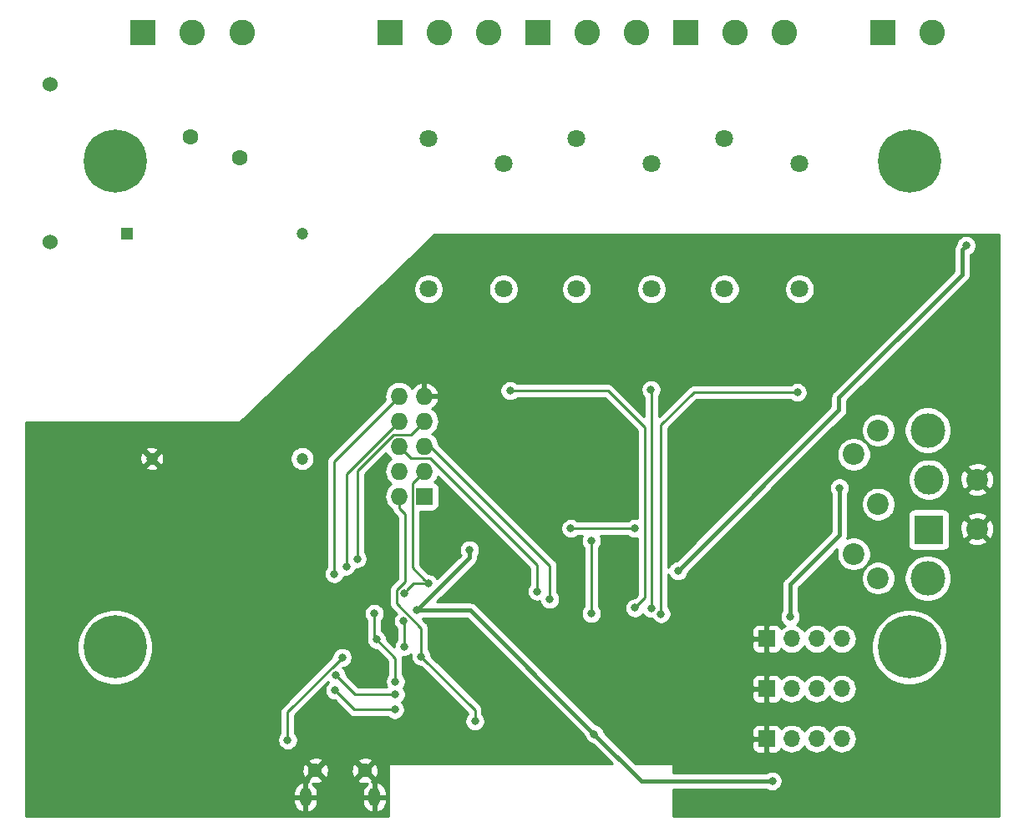
<source format=gbr>
G04 #@! TF.GenerationSoftware,KiCad,Pcbnew,(5.1.4)-1*
G04 #@! TF.CreationDate,2019-12-18T10:15:03+01:00*
G04 #@! TF.ProjectId,StudiokiController,53747564-696f-46b6-9943-6f6e74726f6c,rev?*
G04 #@! TF.SameCoordinates,Original*
G04 #@! TF.FileFunction,Copper,L2,Bot*
G04 #@! TF.FilePolarity,Positive*
%FSLAX46Y46*%
G04 Gerber Fmt 4.6, Leading zero omitted, Abs format (unit mm)*
G04 Created by KiCad (PCBNEW (5.1.4)-1) date 2019-12-18 10:15:03*
%MOMM*%
%LPD*%
G04 APERTURE LIST*
%ADD10O,1.200000X1.900000*%
%ADD11C,1.450000*%
%ADD12C,1.200000*%
%ADD13R,1.200000X1.200000*%
%ADD14C,3.500000*%
%ADD15C,2.200000*%
%ADD16C,2.600000*%
%ADD17R,2.600000X2.600000*%
%ADD18C,1.600000*%
%ADD19C,0.800000*%
%ADD20C,6.400000*%
%ADD21O,1.700000X1.700000*%
%ADD22R,1.700000X1.700000*%
%ADD23O,1.727200X1.727200*%
%ADD24R,1.727200X1.727200*%
%ADD25C,1.803400*%
%ADD26C,3.000000*%
%ADD27R,3.000000X3.000000*%
%ADD28C,1.524000*%
%ADD29C,0.250000*%
%ADD30C,0.400000*%
%ADD31C,0.254000*%
G04 APERTURE END LIST*
D10*
X213075000Y-130912500D03*
X206075000Y-130912500D03*
D11*
X212075000Y-128212500D03*
X207075000Y-128212500D03*
D12*
X190500000Y-96560000D03*
X205740000Y-96560000D03*
X205740000Y-73700000D03*
D13*
X187960000Y-73700000D03*
D14*
X269150000Y-108690000D03*
X269150000Y-93680000D03*
D15*
X274150000Y-103685000D03*
X274150000Y-98685000D03*
X261650000Y-106235000D03*
X261650000Y-96135000D03*
X264140000Y-108690000D03*
X264140000Y-101185000D03*
X264140000Y-93680000D03*
D16*
X269629999Y-53340000D03*
D17*
X264629999Y-53340000D03*
D18*
X194390000Y-63940000D03*
X199390000Y-66040000D03*
D19*
X188477056Y-64692944D03*
X186780000Y-63990000D03*
X185082944Y-64692944D03*
X184380000Y-66390000D03*
X185082944Y-68087056D03*
X186780000Y-68790000D03*
X188477056Y-68087056D03*
X189180000Y-66390000D03*
D20*
X186780000Y-66390000D03*
D21*
X260452000Y-124976200D03*
X257912000Y-124976200D03*
X255372000Y-124976200D03*
D22*
X252832000Y-124976200D03*
D21*
X260452000Y-119901200D03*
X257912000Y-119901200D03*
X255372000Y-119901200D03*
D22*
X252832000Y-119901200D03*
D21*
X260452000Y-114826200D03*
X257912000Y-114826200D03*
X255372000Y-114826200D03*
D22*
X252832000Y-114826200D03*
D19*
X268977055Y-113992943D03*
X267279999Y-113289999D03*
X265582943Y-113992943D03*
X264879999Y-115689999D03*
X265582943Y-117387055D03*
X267279999Y-118089999D03*
X268977055Y-117387055D03*
X269679999Y-115689999D03*
D20*
X267279999Y-115689999D03*
D19*
X268977055Y-64692944D03*
X267279999Y-63990000D03*
X265582943Y-64692944D03*
X264879999Y-66390000D03*
X265582943Y-68087056D03*
X267279999Y-68790000D03*
X268977055Y-68087056D03*
X269679999Y-66390000D03*
D20*
X267279999Y-66390000D03*
D19*
X188477056Y-113992943D03*
X186780000Y-113289999D03*
X185082944Y-113992943D03*
X184380000Y-115689999D03*
X185082944Y-117387055D03*
X186780000Y-118089999D03*
X188477056Y-117387055D03*
X189180000Y-115689999D03*
D20*
X186780000Y-115689999D03*
D23*
X215582500Y-90233500D03*
X218122500Y-90233500D03*
X215582500Y-92773500D03*
X218122500Y-92773500D03*
X215582500Y-95313500D03*
X218122500Y-95313500D03*
X215582500Y-97853500D03*
X218122500Y-97853500D03*
X215582500Y-100393500D03*
D24*
X218122500Y-100393500D03*
D25*
X256151799Y-66657997D03*
X256151799Y-79357997D03*
X248551799Y-79357997D03*
X248551799Y-64117997D03*
D26*
X269255400Y-98695800D03*
D27*
X269255400Y-103775800D03*
D25*
X226151800Y-66657997D03*
X226151800Y-79357997D03*
X218551800Y-79357997D03*
X218551800Y-64117997D03*
X241151799Y-66657997D03*
X241151799Y-79357997D03*
X233551799Y-79357997D03*
X233551799Y-64117997D03*
D16*
X224630000Y-53340000D03*
X219630000Y-53340000D03*
D17*
X214630000Y-53340000D03*
D16*
X254629999Y-53340000D03*
X249629999Y-53340000D03*
D17*
X244629999Y-53340000D03*
D16*
X239629999Y-53340000D03*
X234629999Y-53340000D03*
D17*
X229629999Y-53340000D03*
D16*
X199630000Y-53340000D03*
X194630000Y-53340000D03*
D17*
X189630000Y-53340000D03*
D28*
X180187600Y-58598800D03*
X180187600Y-74598800D03*
D19*
X215392000Y-85852000D03*
X218795600Y-82245200D03*
X222758000Y-79248000D03*
X217271600Y-118668800D03*
X213969600Y-117957600D03*
X218694000Y-113131600D03*
X218440000Y-102870000D03*
X256540000Y-116840000D03*
X259080000Y-116840000D03*
X256540000Y-121920000D03*
X259080000Y-121920000D03*
X259080000Y-113030000D03*
X223250000Y-123200000D03*
X217800000Y-116625000D03*
X204266800Y-125120400D03*
X209804000Y-116738400D03*
X217375000Y-111950000D03*
X235350000Y-124500000D03*
X255225000Y-112625000D03*
X253400000Y-129275000D03*
X222707200Y-105816400D03*
X260205396Y-99525000D03*
X209175000Y-118550000D03*
X215200000Y-120475000D03*
X209075000Y-120075000D03*
X215125000Y-122025000D03*
X213050000Y-112275000D03*
X213300000Y-114925000D03*
X215187653Y-119187653D03*
X216100000Y-115625000D03*
X216025000Y-113050000D03*
X218532073Y-109242927D03*
X216058807Y-110242407D03*
X229565201Y-110032799D03*
X230842057Y-110845600D03*
X208991200Y-108254800D03*
X210210400Y-107492800D03*
X211328000Y-106730800D03*
X235051602Y-112268000D03*
X235051600Y-104902000D03*
X239471200Y-103632002D03*
X232968800Y-103632000D03*
X226822000Y-89662000D03*
X239471200Y-111709200D03*
X241147600Y-111760000D03*
X241096839Y-89560439D03*
X242112800Y-112318800D03*
X255930391Y-89835400D03*
X243840000Y-107950000D03*
X273050000Y-74930000D03*
D29*
X223250000Y-123200000D02*
X223250000Y-122075000D01*
X223250000Y-122075000D02*
X217800000Y-116625000D01*
X217800000Y-113751998D02*
X217800000Y-116059315D01*
X215333806Y-111285804D02*
X217800000Y-113751998D01*
X216154000Y-109074212D02*
X215333806Y-109894406D01*
X216154000Y-102186314D02*
X216154000Y-109074212D01*
X217800000Y-116059315D02*
X217800000Y-116625000D01*
X215333806Y-109894406D02*
X215333806Y-111285804D01*
X215582500Y-101614814D02*
X216154000Y-102186314D01*
X215582500Y-100393500D02*
X215582500Y-101614814D01*
X209404001Y-117138399D02*
X209804000Y-116738400D01*
X204266800Y-122275600D02*
X209404001Y-117138399D01*
X204266800Y-125120400D02*
X204266800Y-122275600D01*
D30*
X217375000Y-111950000D02*
X222800000Y-111950000D01*
X222800000Y-111950000D02*
X235350000Y-124500000D01*
X255225000Y-112600000D02*
X255225000Y-112625000D01*
X235350000Y-124500000D02*
X240125000Y-129275000D01*
X240125000Y-129275000D02*
X253400000Y-129275000D01*
X222707200Y-106617800D02*
X222707200Y-106382085D01*
X217375000Y-111950000D02*
X222707200Y-106617800D01*
X222707200Y-106382085D02*
X222707200Y-105816400D01*
X260205396Y-100090685D02*
X260205396Y-99525000D01*
X260205396Y-104335404D02*
X260205396Y-100090685D01*
X255225000Y-112625000D02*
X255225000Y-109315800D01*
X255225000Y-109315800D02*
X260205396Y-104335404D01*
D29*
X209175000Y-118550000D02*
X211100000Y-120475000D01*
X211100000Y-120475000D02*
X215200000Y-120475000D01*
X209075000Y-120075000D02*
X211025000Y-122025000D01*
X211025000Y-122025000D02*
X215125000Y-122025000D01*
X213050000Y-112275000D02*
X213050000Y-114675000D01*
X213050000Y-114675000D02*
X213300000Y-114925000D01*
X213300000Y-114925000D02*
X215187653Y-116812653D01*
X215187653Y-116812653D02*
X215187653Y-119187653D01*
X216100000Y-115625000D02*
X216100000Y-113125000D01*
X216100000Y-113125000D02*
X216025000Y-113050000D01*
X218122500Y-97853500D02*
X216933899Y-99042101D01*
X218132074Y-108842928D02*
X218532073Y-109242927D01*
X216933899Y-107644753D02*
X218132074Y-108842928D01*
X216933899Y-99042101D02*
X216933899Y-107644753D01*
X218532073Y-109242927D02*
X217058287Y-109242927D01*
X216458806Y-109842408D02*
X216058807Y-110242407D01*
X217058287Y-109242927D02*
X216458806Y-109842408D01*
X216446099Y-96177099D02*
X215582500Y-95313500D01*
X216771101Y-96502101D02*
X216446099Y-96177099D01*
X218693029Y-96502101D02*
X216771101Y-96502101D01*
X229565201Y-107374273D02*
X218693029Y-96502101D01*
X229565201Y-110032799D02*
X229565201Y-107374273D01*
X230842057Y-110279915D02*
X230842057Y-110845600D01*
X230842057Y-107398057D02*
X230842057Y-110279915D01*
X218122500Y-95313500D02*
X218757500Y-95313500D01*
X218757500Y-95313500D02*
X230842057Y-107398057D01*
X215582500Y-90233500D02*
X208991200Y-96824800D01*
X208991200Y-107689115D02*
X208991200Y-108254800D01*
X208991200Y-96824800D02*
X208991200Y-107689115D01*
X210210400Y-98145600D02*
X210210400Y-106927115D01*
X215582500Y-92773500D02*
X210210400Y-98145600D01*
X210210400Y-106927115D02*
X210210400Y-107492800D01*
X211328000Y-106165115D02*
X211328000Y-106730800D01*
X215011971Y-94124899D02*
X211328000Y-97808870D01*
X216771101Y-94124899D02*
X215011971Y-94124899D01*
X211328000Y-97808870D02*
X211328000Y-106165115D01*
X218122500Y-92773500D02*
X216771101Y-94124899D01*
X235051602Y-112268000D02*
X235051602Y-104902002D01*
X235051602Y-104902002D02*
X235051600Y-104902000D01*
X239471200Y-103632002D02*
X232968802Y-103632002D01*
X232968802Y-103632002D02*
X232968800Y-103632000D01*
X240487200Y-110693200D02*
X239471200Y-111709200D01*
X240487200Y-93421200D02*
X240487200Y-110693200D01*
X226822000Y-89662000D02*
X236728000Y-89662000D01*
X236728000Y-89662000D02*
X240487200Y-93421200D01*
X241147600Y-111760000D02*
X241147600Y-89611200D01*
X241147600Y-89611200D02*
X241096839Y-89560439D01*
X245444600Y-89835400D02*
X255364706Y-89835400D01*
X242112800Y-112318800D02*
X242112800Y-93167200D01*
X242112800Y-93167200D02*
X245444600Y-89835400D01*
X255364706Y-89835400D02*
X255930391Y-89835400D01*
D30*
X272650001Y-75329999D02*
X273050000Y-74930000D01*
X272650001Y-77869999D02*
X272650001Y-75329999D01*
X260149999Y-90370001D02*
X272650001Y-77869999D01*
X243840000Y-107950000D02*
X260149999Y-91640001D01*
X260149999Y-91640001D02*
X260149999Y-90370001D01*
D31*
G36*
X276345000Y-132804996D02*
G01*
X243332000Y-132804996D01*
X243332000Y-130110000D01*
X252786715Y-130110000D01*
X252909744Y-130192205D01*
X253098102Y-130270226D01*
X253298061Y-130310000D01*
X253501939Y-130310000D01*
X253701898Y-130270226D01*
X253890256Y-130192205D01*
X254059774Y-130078937D01*
X254203937Y-129934774D01*
X254317205Y-129765256D01*
X254395226Y-129576898D01*
X254435000Y-129376939D01*
X254435000Y-129173061D01*
X254395226Y-128973102D01*
X254317205Y-128784744D01*
X254203937Y-128615226D01*
X254059774Y-128471063D01*
X253890256Y-128357795D01*
X253701898Y-128279774D01*
X253501939Y-128240000D01*
X253298061Y-128240000D01*
X253098102Y-128279774D01*
X252909744Y-128357795D01*
X252786715Y-128440000D01*
X243332000Y-128440000D01*
X243332000Y-127635000D01*
X243329560Y-127610224D01*
X243322333Y-127586399D01*
X243310597Y-127564443D01*
X243294803Y-127545197D01*
X243275557Y-127529403D01*
X243253601Y-127517667D01*
X243229776Y-127510440D01*
X243205000Y-127508000D01*
X239538869Y-127508000D01*
X237857069Y-125826200D01*
X251343928Y-125826200D01*
X251356188Y-125950682D01*
X251392498Y-126070380D01*
X251451463Y-126180694D01*
X251530815Y-126277385D01*
X251627506Y-126356737D01*
X251737820Y-126415702D01*
X251857518Y-126452012D01*
X251982000Y-126464272D01*
X252546250Y-126461200D01*
X252705000Y-126302450D01*
X252705000Y-125103200D01*
X251505750Y-125103200D01*
X251347000Y-125261950D01*
X251343928Y-125826200D01*
X237857069Y-125826200D01*
X236374093Y-124343225D01*
X236345226Y-124198102D01*
X236315444Y-124126200D01*
X251343928Y-124126200D01*
X251347000Y-124690450D01*
X251505750Y-124849200D01*
X252705000Y-124849200D01*
X252705000Y-123649950D01*
X252959000Y-123649950D01*
X252959000Y-124849200D01*
X252979000Y-124849200D01*
X252979000Y-125103200D01*
X252959000Y-125103200D01*
X252959000Y-126302450D01*
X253117750Y-126461200D01*
X253682000Y-126464272D01*
X253806482Y-126452012D01*
X253926180Y-126415702D01*
X254036494Y-126356737D01*
X254133185Y-126277385D01*
X254212537Y-126180694D01*
X254271502Y-126070380D01*
X254292393Y-126001513D01*
X254316866Y-126031334D01*
X254542986Y-126216906D01*
X254800966Y-126354799D01*
X255080889Y-126439713D01*
X255299050Y-126461200D01*
X255444950Y-126461200D01*
X255663111Y-126439713D01*
X255943034Y-126354799D01*
X256201014Y-126216906D01*
X256427134Y-126031334D01*
X256612706Y-125805214D01*
X256642000Y-125750409D01*
X256671294Y-125805214D01*
X256856866Y-126031334D01*
X257082986Y-126216906D01*
X257340966Y-126354799D01*
X257620889Y-126439713D01*
X257839050Y-126461200D01*
X257984950Y-126461200D01*
X258203111Y-126439713D01*
X258483034Y-126354799D01*
X258741014Y-126216906D01*
X258967134Y-126031334D01*
X259152706Y-125805214D01*
X259182000Y-125750409D01*
X259211294Y-125805214D01*
X259396866Y-126031334D01*
X259622986Y-126216906D01*
X259880966Y-126354799D01*
X260160889Y-126439713D01*
X260379050Y-126461200D01*
X260524950Y-126461200D01*
X260743111Y-126439713D01*
X261023034Y-126354799D01*
X261281014Y-126216906D01*
X261507134Y-126031334D01*
X261692706Y-125805214D01*
X261830599Y-125547234D01*
X261915513Y-125267311D01*
X261944185Y-124976200D01*
X261915513Y-124685089D01*
X261830599Y-124405166D01*
X261692706Y-124147186D01*
X261507134Y-123921066D01*
X261281014Y-123735494D01*
X261023034Y-123597601D01*
X260743111Y-123512687D01*
X260524950Y-123491200D01*
X260379050Y-123491200D01*
X260160889Y-123512687D01*
X259880966Y-123597601D01*
X259622986Y-123735494D01*
X259396866Y-123921066D01*
X259211294Y-124147186D01*
X259182000Y-124201991D01*
X259152706Y-124147186D01*
X258967134Y-123921066D01*
X258741014Y-123735494D01*
X258483034Y-123597601D01*
X258203111Y-123512687D01*
X257984950Y-123491200D01*
X257839050Y-123491200D01*
X257620889Y-123512687D01*
X257340966Y-123597601D01*
X257082986Y-123735494D01*
X256856866Y-123921066D01*
X256671294Y-124147186D01*
X256642000Y-124201991D01*
X256612706Y-124147186D01*
X256427134Y-123921066D01*
X256201014Y-123735494D01*
X255943034Y-123597601D01*
X255663111Y-123512687D01*
X255444950Y-123491200D01*
X255299050Y-123491200D01*
X255080889Y-123512687D01*
X254800966Y-123597601D01*
X254542986Y-123735494D01*
X254316866Y-123921066D01*
X254292393Y-123950887D01*
X254271502Y-123882020D01*
X254212537Y-123771706D01*
X254133185Y-123675015D01*
X254036494Y-123595663D01*
X253926180Y-123536698D01*
X253806482Y-123500388D01*
X253682000Y-123488128D01*
X253117750Y-123491200D01*
X252959000Y-123649950D01*
X252705000Y-123649950D01*
X252546250Y-123491200D01*
X251982000Y-123488128D01*
X251857518Y-123500388D01*
X251737820Y-123536698D01*
X251627506Y-123595663D01*
X251530815Y-123675015D01*
X251451463Y-123771706D01*
X251392498Y-123882020D01*
X251356188Y-124001718D01*
X251343928Y-124126200D01*
X236315444Y-124126200D01*
X236267205Y-124009744D01*
X236153937Y-123840226D01*
X236009774Y-123696063D01*
X235840256Y-123582795D01*
X235651898Y-123504774D01*
X235506776Y-123475908D01*
X232782068Y-120751200D01*
X251343928Y-120751200D01*
X251356188Y-120875682D01*
X251392498Y-120995380D01*
X251451463Y-121105694D01*
X251530815Y-121202385D01*
X251627506Y-121281737D01*
X251737820Y-121340702D01*
X251857518Y-121377012D01*
X251982000Y-121389272D01*
X252546250Y-121386200D01*
X252705000Y-121227450D01*
X252705000Y-120028200D01*
X251505750Y-120028200D01*
X251347000Y-120186950D01*
X251343928Y-120751200D01*
X232782068Y-120751200D01*
X231082068Y-119051200D01*
X251343928Y-119051200D01*
X251347000Y-119615450D01*
X251505750Y-119774200D01*
X252705000Y-119774200D01*
X252705000Y-118574950D01*
X252959000Y-118574950D01*
X252959000Y-119774200D01*
X252979000Y-119774200D01*
X252979000Y-120028200D01*
X252959000Y-120028200D01*
X252959000Y-121227450D01*
X253117750Y-121386200D01*
X253682000Y-121389272D01*
X253806482Y-121377012D01*
X253926180Y-121340702D01*
X254036494Y-121281737D01*
X254133185Y-121202385D01*
X254212537Y-121105694D01*
X254271502Y-120995380D01*
X254292393Y-120926513D01*
X254316866Y-120956334D01*
X254542986Y-121141906D01*
X254800966Y-121279799D01*
X255080889Y-121364713D01*
X255299050Y-121386200D01*
X255444950Y-121386200D01*
X255663111Y-121364713D01*
X255943034Y-121279799D01*
X256201014Y-121141906D01*
X256427134Y-120956334D01*
X256612706Y-120730214D01*
X256642000Y-120675409D01*
X256671294Y-120730214D01*
X256856866Y-120956334D01*
X257082986Y-121141906D01*
X257340966Y-121279799D01*
X257620889Y-121364713D01*
X257839050Y-121386200D01*
X257984950Y-121386200D01*
X258203111Y-121364713D01*
X258483034Y-121279799D01*
X258741014Y-121141906D01*
X258967134Y-120956334D01*
X259152706Y-120730214D01*
X259182000Y-120675409D01*
X259211294Y-120730214D01*
X259396866Y-120956334D01*
X259622986Y-121141906D01*
X259880966Y-121279799D01*
X260160889Y-121364713D01*
X260379050Y-121386200D01*
X260524950Y-121386200D01*
X260743111Y-121364713D01*
X261023034Y-121279799D01*
X261281014Y-121141906D01*
X261507134Y-120956334D01*
X261692706Y-120730214D01*
X261830599Y-120472234D01*
X261915513Y-120192311D01*
X261944185Y-119901200D01*
X261915513Y-119610089D01*
X261830599Y-119330166D01*
X261692706Y-119072186D01*
X261507134Y-118846066D01*
X261281014Y-118660494D01*
X261023034Y-118522601D01*
X260743111Y-118437687D01*
X260524950Y-118416200D01*
X260379050Y-118416200D01*
X260160889Y-118437687D01*
X259880966Y-118522601D01*
X259622986Y-118660494D01*
X259396866Y-118846066D01*
X259211294Y-119072186D01*
X259182000Y-119126991D01*
X259152706Y-119072186D01*
X258967134Y-118846066D01*
X258741014Y-118660494D01*
X258483034Y-118522601D01*
X258203111Y-118437687D01*
X257984950Y-118416200D01*
X257839050Y-118416200D01*
X257620889Y-118437687D01*
X257340966Y-118522601D01*
X257082986Y-118660494D01*
X256856866Y-118846066D01*
X256671294Y-119072186D01*
X256642000Y-119126991D01*
X256612706Y-119072186D01*
X256427134Y-118846066D01*
X256201014Y-118660494D01*
X255943034Y-118522601D01*
X255663111Y-118437687D01*
X255444950Y-118416200D01*
X255299050Y-118416200D01*
X255080889Y-118437687D01*
X254800966Y-118522601D01*
X254542986Y-118660494D01*
X254316866Y-118846066D01*
X254292393Y-118875887D01*
X254271502Y-118807020D01*
X254212537Y-118696706D01*
X254133185Y-118600015D01*
X254036494Y-118520663D01*
X253926180Y-118461698D01*
X253806482Y-118425388D01*
X253682000Y-118413128D01*
X253117750Y-118416200D01*
X252959000Y-118574950D01*
X252705000Y-118574950D01*
X252546250Y-118416200D01*
X251982000Y-118413128D01*
X251857518Y-118425388D01*
X251737820Y-118461698D01*
X251627506Y-118520663D01*
X251530815Y-118600015D01*
X251451463Y-118696706D01*
X251392498Y-118807020D01*
X251356188Y-118926718D01*
X251343928Y-119051200D01*
X231082068Y-119051200D01*
X227707068Y-115676200D01*
X251343928Y-115676200D01*
X251356188Y-115800682D01*
X251392498Y-115920380D01*
X251451463Y-116030694D01*
X251530815Y-116127385D01*
X251627506Y-116206737D01*
X251737820Y-116265702D01*
X251857518Y-116302012D01*
X251982000Y-116314272D01*
X252546250Y-116311200D01*
X252705000Y-116152450D01*
X252705000Y-114953200D01*
X251505750Y-114953200D01*
X251347000Y-115111950D01*
X251343928Y-115676200D01*
X227707068Y-115676200D01*
X226007068Y-113976200D01*
X251343928Y-113976200D01*
X251347000Y-114540450D01*
X251505750Y-114699200D01*
X252705000Y-114699200D01*
X252705000Y-113499950D01*
X252959000Y-113499950D01*
X252959000Y-114699200D01*
X252979000Y-114699200D01*
X252979000Y-114953200D01*
X252959000Y-114953200D01*
X252959000Y-116152450D01*
X253117750Y-116311200D01*
X253682000Y-116314272D01*
X253806482Y-116302012D01*
X253926180Y-116265702D01*
X254036494Y-116206737D01*
X254133185Y-116127385D01*
X254212537Y-116030694D01*
X254271502Y-115920380D01*
X254292393Y-115851513D01*
X254316866Y-115881334D01*
X254542986Y-116066906D01*
X254800966Y-116204799D01*
X255080889Y-116289713D01*
X255299050Y-116311200D01*
X255444950Y-116311200D01*
X255663111Y-116289713D01*
X255943034Y-116204799D01*
X256201014Y-116066906D01*
X256427134Y-115881334D01*
X256612706Y-115655214D01*
X256642000Y-115600409D01*
X256671294Y-115655214D01*
X256856866Y-115881334D01*
X257082986Y-116066906D01*
X257340966Y-116204799D01*
X257620889Y-116289713D01*
X257839050Y-116311200D01*
X257984950Y-116311200D01*
X258203111Y-116289713D01*
X258483034Y-116204799D01*
X258741014Y-116066906D01*
X258967134Y-115881334D01*
X259152706Y-115655214D01*
X259182000Y-115600409D01*
X259211294Y-115655214D01*
X259396866Y-115881334D01*
X259622986Y-116066906D01*
X259880966Y-116204799D01*
X260160889Y-116289713D01*
X260379050Y-116311200D01*
X260524950Y-116311200D01*
X260743111Y-116289713D01*
X261023034Y-116204799D01*
X261281014Y-116066906D01*
X261507134Y-115881334D01*
X261692706Y-115655214D01*
X261830599Y-115397234D01*
X261856368Y-115312284D01*
X263444999Y-115312284D01*
X263444999Y-116067714D01*
X263592376Y-116808627D01*
X263881466Y-117506553D01*
X264301160Y-118134669D01*
X264835329Y-118668838D01*
X265463445Y-119088532D01*
X266161371Y-119377622D01*
X266902284Y-119524999D01*
X267657714Y-119524999D01*
X268398627Y-119377622D01*
X269096553Y-119088532D01*
X269724669Y-118668838D01*
X270258838Y-118134669D01*
X270678532Y-117506553D01*
X270967622Y-116808627D01*
X271114999Y-116067714D01*
X271114999Y-115312284D01*
X270967622Y-114571371D01*
X270678532Y-113873445D01*
X270258838Y-113245329D01*
X269724669Y-112711160D01*
X269096553Y-112291466D01*
X268398627Y-112002376D01*
X267657714Y-111854999D01*
X266902284Y-111854999D01*
X266161371Y-112002376D01*
X265463445Y-112291466D01*
X264835329Y-112711160D01*
X264301160Y-113245329D01*
X263881466Y-113873445D01*
X263592376Y-114571371D01*
X263444999Y-115312284D01*
X261856368Y-115312284D01*
X261915513Y-115117311D01*
X261944185Y-114826200D01*
X261915513Y-114535089D01*
X261830599Y-114255166D01*
X261692706Y-113997186D01*
X261507134Y-113771066D01*
X261281014Y-113585494D01*
X261023034Y-113447601D01*
X260743111Y-113362687D01*
X260524950Y-113341200D01*
X260379050Y-113341200D01*
X260160889Y-113362687D01*
X259880966Y-113447601D01*
X259622986Y-113585494D01*
X259396866Y-113771066D01*
X259211294Y-113997186D01*
X259182000Y-114051991D01*
X259152706Y-113997186D01*
X258967134Y-113771066D01*
X258741014Y-113585494D01*
X258483034Y-113447601D01*
X258203111Y-113362687D01*
X257984950Y-113341200D01*
X257839050Y-113341200D01*
X257620889Y-113362687D01*
X257340966Y-113447601D01*
X257082986Y-113585494D01*
X256856866Y-113771066D01*
X256671294Y-113997186D01*
X256642000Y-114051991D01*
X256612706Y-113997186D01*
X256427134Y-113771066D01*
X256201014Y-113585494D01*
X255943034Y-113447601D01*
X255883754Y-113429619D01*
X255884774Y-113428937D01*
X256028937Y-113284774D01*
X256142205Y-113115256D01*
X256220226Y-112926898D01*
X256260000Y-112726939D01*
X256260000Y-112523061D01*
X256220226Y-112323102D01*
X256142205Y-112134744D01*
X256060000Y-112011715D01*
X256060000Y-109661667D01*
X257202550Y-108519117D01*
X262405000Y-108519117D01*
X262405000Y-108860883D01*
X262471675Y-109196081D01*
X262602463Y-109511831D01*
X262792337Y-109795998D01*
X263034002Y-110037663D01*
X263318169Y-110227537D01*
X263633919Y-110358325D01*
X263969117Y-110425000D01*
X264310883Y-110425000D01*
X264646081Y-110358325D01*
X264961831Y-110227537D01*
X265245998Y-110037663D01*
X265487663Y-109795998D01*
X265677537Y-109511831D01*
X265808325Y-109196081D01*
X265875000Y-108860883D01*
X265875000Y-108519117D01*
X265862266Y-108455098D01*
X266765000Y-108455098D01*
X266765000Y-108924902D01*
X266856654Y-109385679D01*
X267036440Y-109819721D01*
X267297450Y-110210349D01*
X267629651Y-110542550D01*
X268020279Y-110803560D01*
X268454321Y-110983346D01*
X268915098Y-111075000D01*
X269384902Y-111075000D01*
X269845679Y-110983346D01*
X270279721Y-110803560D01*
X270670349Y-110542550D01*
X271002550Y-110210349D01*
X271263560Y-109819721D01*
X271443346Y-109385679D01*
X271535000Y-108924902D01*
X271535000Y-108455098D01*
X271443346Y-107994321D01*
X271263560Y-107560279D01*
X271002550Y-107169651D01*
X270670349Y-106837450D01*
X270279721Y-106576440D01*
X269845679Y-106396654D01*
X269384902Y-106305000D01*
X268915098Y-106305000D01*
X268454321Y-106396654D01*
X268020279Y-106576440D01*
X267629651Y-106837450D01*
X267297450Y-107169651D01*
X267036440Y-107560279D01*
X266856654Y-107994321D01*
X266765000Y-108455098D01*
X265862266Y-108455098D01*
X265808325Y-108183919D01*
X265677537Y-107868169D01*
X265487663Y-107584002D01*
X265245998Y-107342337D01*
X264961831Y-107152463D01*
X264646081Y-107021675D01*
X264310883Y-106955000D01*
X263969117Y-106955000D01*
X263633919Y-107021675D01*
X263318169Y-107152463D01*
X263034002Y-107342337D01*
X262792337Y-107584002D01*
X262602463Y-107868169D01*
X262471675Y-108183919D01*
X262405000Y-108519117D01*
X257202550Y-108519117D01*
X259978925Y-105742744D01*
X259915000Y-106064117D01*
X259915000Y-106405883D01*
X259981675Y-106741081D01*
X260112463Y-107056831D01*
X260302337Y-107340998D01*
X260544002Y-107582663D01*
X260828169Y-107772537D01*
X261143919Y-107903325D01*
X261479117Y-107970000D01*
X261820883Y-107970000D01*
X262156081Y-107903325D01*
X262471831Y-107772537D01*
X262755998Y-107582663D01*
X262997663Y-107340998D01*
X263187537Y-107056831D01*
X263318325Y-106741081D01*
X263385000Y-106405883D01*
X263385000Y-106064117D01*
X263318325Y-105728919D01*
X263187537Y-105413169D01*
X262997663Y-105129002D01*
X262755998Y-104887337D01*
X262471831Y-104697463D01*
X262156081Y-104566675D01*
X261820883Y-104500000D01*
X261479117Y-104500000D01*
X261143919Y-104566675D01*
X260988254Y-104631154D01*
X261028314Y-104499093D01*
X261040396Y-104376423D01*
X261040396Y-104376422D01*
X261044436Y-104335404D01*
X261040396Y-104294386D01*
X261040396Y-101014117D01*
X262405000Y-101014117D01*
X262405000Y-101355883D01*
X262471675Y-101691081D01*
X262602463Y-102006831D01*
X262792337Y-102290998D01*
X263034002Y-102532663D01*
X263318169Y-102722537D01*
X263633919Y-102853325D01*
X263969117Y-102920000D01*
X264310883Y-102920000D01*
X264646081Y-102853325D01*
X264961831Y-102722537D01*
X265245998Y-102532663D01*
X265487663Y-102290998D01*
X265497817Y-102275800D01*
X267117328Y-102275800D01*
X267117328Y-105275800D01*
X267129588Y-105400282D01*
X267165898Y-105519980D01*
X267224863Y-105630294D01*
X267304215Y-105726985D01*
X267400906Y-105806337D01*
X267511220Y-105865302D01*
X267630918Y-105901612D01*
X267755400Y-105913872D01*
X270755400Y-105913872D01*
X270879882Y-105901612D01*
X270999580Y-105865302D01*
X271109894Y-105806337D01*
X271206585Y-105726985D01*
X271285937Y-105630294D01*
X271344902Y-105519980D01*
X271381212Y-105400282D01*
X271393472Y-105275800D01*
X271393472Y-104891712D01*
X273122893Y-104891712D01*
X273230726Y-105166338D01*
X273537384Y-105317216D01*
X273867585Y-105405369D01*
X274208639Y-105427409D01*
X274547439Y-105382489D01*
X274870966Y-105272336D01*
X275069274Y-105166338D01*
X275177107Y-104891712D01*
X274150000Y-103864605D01*
X273122893Y-104891712D01*
X271393472Y-104891712D01*
X271393472Y-103743639D01*
X272407591Y-103743639D01*
X272452511Y-104082439D01*
X272562664Y-104405966D01*
X272668662Y-104604274D01*
X272943288Y-104712107D01*
X273970395Y-103685000D01*
X274329605Y-103685000D01*
X275356712Y-104712107D01*
X275631338Y-104604274D01*
X275782216Y-104297616D01*
X275870369Y-103967415D01*
X275892409Y-103626361D01*
X275847489Y-103287561D01*
X275737336Y-102964034D01*
X275631338Y-102765726D01*
X275356712Y-102657893D01*
X274329605Y-103685000D01*
X273970395Y-103685000D01*
X272943288Y-102657893D01*
X272668662Y-102765726D01*
X272517784Y-103072384D01*
X272429631Y-103402585D01*
X272407591Y-103743639D01*
X271393472Y-103743639D01*
X271393472Y-102478288D01*
X273122893Y-102478288D01*
X274150000Y-103505395D01*
X275177107Y-102478288D01*
X275069274Y-102203662D01*
X274762616Y-102052784D01*
X274432415Y-101964631D01*
X274091361Y-101942591D01*
X273752561Y-101987511D01*
X273429034Y-102097664D01*
X273230726Y-102203662D01*
X273122893Y-102478288D01*
X271393472Y-102478288D01*
X271393472Y-102275800D01*
X271381212Y-102151318D01*
X271344902Y-102031620D01*
X271285937Y-101921306D01*
X271206585Y-101824615D01*
X271109894Y-101745263D01*
X270999580Y-101686298D01*
X270879882Y-101649988D01*
X270755400Y-101637728D01*
X267755400Y-101637728D01*
X267630918Y-101649988D01*
X267511220Y-101686298D01*
X267400906Y-101745263D01*
X267304215Y-101824615D01*
X267224863Y-101921306D01*
X267165898Y-102031620D01*
X267129588Y-102151318D01*
X267117328Y-102275800D01*
X265497817Y-102275800D01*
X265677537Y-102006831D01*
X265808325Y-101691081D01*
X265875000Y-101355883D01*
X265875000Y-101014117D01*
X265808325Y-100678919D01*
X265677537Y-100363169D01*
X265487663Y-100079002D01*
X265245998Y-99837337D01*
X264961831Y-99647463D01*
X264646081Y-99516675D01*
X264310883Y-99450000D01*
X263969117Y-99450000D01*
X263633919Y-99516675D01*
X263318169Y-99647463D01*
X263034002Y-99837337D01*
X262792337Y-100079002D01*
X262602463Y-100363169D01*
X262471675Y-100678919D01*
X262405000Y-101014117D01*
X261040396Y-101014117D01*
X261040396Y-100138285D01*
X261122601Y-100015256D01*
X261200622Y-99826898D01*
X261240396Y-99626939D01*
X261240396Y-99423061D01*
X261200622Y-99223102D01*
X261122601Y-99034744D01*
X261009333Y-98865226D01*
X260865170Y-98721063D01*
X260695652Y-98607795D01*
X260507294Y-98529774D01*
X260307335Y-98490000D01*
X260103457Y-98490000D01*
X259903498Y-98529774D01*
X259715140Y-98607795D01*
X259545622Y-98721063D01*
X259401459Y-98865226D01*
X259288191Y-99034744D01*
X259210170Y-99223102D01*
X259170396Y-99423061D01*
X259170396Y-99626939D01*
X259210170Y-99826898D01*
X259288191Y-100015256D01*
X259370397Y-100138286D01*
X259370396Y-103989535D01*
X254663574Y-108696359D01*
X254631710Y-108722509D01*
X254582915Y-108781966D01*
X254527364Y-108849655D01*
X254449828Y-108994714D01*
X254402082Y-109152112D01*
X254385960Y-109315800D01*
X254390001Y-109356828D01*
X254390000Y-112011715D01*
X254307795Y-112134744D01*
X254229774Y-112323102D01*
X254190000Y-112523061D01*
X254190000Y-112726939D01*
X254229774Y-112926898D01*
X254307795Y-113115256D01*
X254421063Y-113284774D01*
X254565226Y-113428937D01*
X254685515Y-113509311D01*
X254542986Y-113585494D01*
X254316866Y-113771066D01*
X254292393Y-113800887D01*
X254271502Y-113732020D01*
X254212537Y-113621706D01*
X254133185Y-113525015D01*
X254036494Y-113445663D01*
X253926180Y-113386698D01*
X253806482Y-113350388D01*
X253682000Y-113338128D01*
X253117750Y-113341200D01*
X252959000Y-113499950D01*
X252705000Y-113499950D01*
X252546250Y-113341200D01*
X251982000Y-113338128D01*
X251857518Y-113350388D01*
X251737820Y-113386698D01*
X251627506Y-113445663D01*
X251530815Y-113525015D01*
X251451463Y-113621706D01*
X251392498Y-113732020D01*
X251356188Y-113851718D01*
X251343928Y-113976200D01*
X226007068Y-113976200D01*
X223419446Y-111388579D01*
X223393291Y-111356709D01*
X223266146Y-111252364D01*
X223121087Y-111174828D01*
X222963689Y-111127082D01*
X222841019Y-111115000D01*
X222841018Y-111115000D01*
X222800000Y-111110960D01*
X222758982Y-111115000D01*
X219390868Y-111115000D01*
X223268633Y-107237236D01*
X223300491Y-107211091D01*
X223404836Y-107083946D01*
X223482372Y-106938887D01*
X223530118Y-106781489D01*
X223542200Y-106658819D01*
X223542200Y-106658818D01*
X223546240Y-106617800D01*
X223542200Y-106576782D01*
X223542200Y-106429685D01*
X223624405Y-106306656D01*
X223702426Y-106118298D01*
X223742200Y-105918339D01*
X223742200Y-105714461D01*
X223702426Y-105514502D01*
X223624405Y-105326144D01*
X223511137Y-105156626D01*
X223366974Y-105012463D01*
X223197456Y-104899195D01*
X223009098Y-104821174D01*
X222809139Y-104781400D01*
X222605261Y-104781400D01*
X222405302Y-104821174D01*
X222216944Y-104899195D01*
X222047426Y-105012463D01*
X221903263Y-105156626D01*
X221789995Y-105326144D01*
X221711974Y-105514502D01*
X221672200Y-105714461D01*
X221672200Y-105918339D01*
X221711974Y-106118298D01*
X221789995Y-106306656D01*
X221809013Y-106335118D01*
X219426120Y-108718012D01*
X219336010Y-108583153D01*
X219191847Y-108438990D01*
X219022329Y-108325722D01*
X218833971Y-108247701D01*
X218634012Y-108207927D01*
X218571875Y-108207927D01*
X217693899Y-107329952D01*
X217693899Y-101895172D01*
X218986100Y-101895172D01*
X219110582Y-101882912D01*
X219230280Y-101846602D01*
X219340594Y-101787637D01*
X219437285Y-101708285D01*
X219516637Y-101611594D01*
X219575602Y-101501280D01*
X219611912Y-101381582D01*
X219624172Y-101257100D01*
X219624172Y-99529900D01*
X219611912Y-99405418D01*
X219575602Y-99285720D01*
X219516637Y-99175406D01*
X219437285Y-99078715D01*
X219340594Y-98999363D01*
X219230280Y-98940398D01*
X219179235Y-98924914D01*
X219187297Y-98918297D01*
X219374569Y-98690106D01*
X219513725Y-98429764D01*
X219521211Y-98405085D01*
X228805202Y-107689076D01*
X228805201Y-109329088D01*
X228761264Y-109373025D01*
X228647996Y-109542543D01*
X228569975Y-109730901D01*
X228530201Y-109930860D01*
X228530201Y-110134738D01*
X228569975Y-110334697D01*
X228647996Y-110523055D01*
X228761264Y-110692573D01*
X228905427Y-110836736D01*
X229074945Y-110950004D01*
X229263303Y-111028025D01*
X229463262Y-111067799D01*
X229667140Y-111067799D01*
X229824742Y-111036450D01*
X229846831Y-111147498D01*
X229924852Y-111335856D01*
X230038120Y-111505374D01*
X230182283Y-111649537D01*
X230351801Y-111762805D01*
X230540159Y-111840826D01*
X230740118Y-111880600D01*
X230943996Y-111880600D01*
X231143955Y-111840826D01*
X231332313Y-111762805D01*
X231501831Y-111649537D01*
X231645994Y-111505374D01*
X231759262Y-111335856D01*
X231837283Y-111147498D01*
X231877057Y-110947539D01*
X231877057Y-110743661D01*
X231837283Y-110543702D01*
X231759262Y-110355344D01*
X231645994Y-110185826D01*
X231602057Y-110141889D01*
X231602057Y-107435379D01*
X231605733Y-107398056D01*
X231602057Y-107360733D01*
X231602057Y-107360724D01*
X231591060Y-107249071D01*
X231547603Y-107105810D01*
X231477031Y-106973781D01*
X231448394Y-106938887D01*
X231405856Y-106887053D01*
X231405852Y-106887049D01*
X231382058Y-106858056D01*
X231353067Y-106834264D01*
X219606069Y-95087268D01*
X219599416Y-95019723D01*
X219513725Y-94737236D01*
X219374569Y-94476894D01*
X219187297Y-94248703D01*
X218959106Y-94061431D01*
X218925560Y-94043500D01*
X218959106Y-94025569D01*
X219187297Y-93838297D01*
X219374569Y-93610106D01*
X219513725Y-93349764D01*
X219599416Y-93067277D01*
X219628351Y-92773500D01*
X219599416Y-92479723D01*
X219513725Y-92197236D01*
X219374569Y-91936894D01*
X219187297Y-91708703D01*
X218959106Y-91521431D01*
X218914590Y-91497637D01*
X219010988Y-91440317D01*
X219229354Y-91243793D01*
X219405184Y-91008444D01*
X219531722Y-90743314D01*
X219577458Y-90592526D01*
X219456317Y-90360500D01*
X218249500Y-90360500D01*
X218249500Y-90380500D01*
X217995500Y-90380500D01*
X217995500Y-90360500D01*
X217975500Y-90360500D01*
X217975500Y-90106500D01*
X217995500Y-90106500D01*
X217995500Y-88899036D01*
X218249500Y-88899036D01*
X218249500Y-90106500D01*
X219456317Y-90106500D01*
X219577458Y-89874474D01*
X219531722Y-89723686D01*
X219453630Y-89560061D01*
X225787000Y-89560061D01*
X225787000Y-89763939D01*
X225826774Y-89963898D01*
X225904795Y-90152256D01*
X226018063Y-90321774D01*
X226162226Y-90465937D01*
X226331744Y-90579205D01*
X226520102Y-90657226D01*
X226720061Y-90697000D01*
X226923939Y-90697000D01*
X227123898Y-90657226D01*
X227312256Y-90579205D01*
X227481774Y-90465937D01*
X227525711Y-90422000D01*
X236413199Y-90422000D01*
X239727200Y-93736002D01*
X239727201Y-102627646D01*
X239573139Y-102597002D01*
X239369261Y-102597002D01*
X239169302Y-102636776D01*
X238980944Y-102714797D01*
X238811426Y-102828065D01*
X238767489Y-102872002D01*
X233672513Y-102872002D01*
X233628574Y-102828063D01*
X233459056Y-102714795D01*
X233270698Y-102636774D01*
X233070739Y-102597000D01*
X232866861Y-102597000D01*
X232666902Y-102636774D01*
X232478544Y-102714795D01*
X232309026Y-102828063D01*
X232164863Y-102972226D01*
X232051595Y-103141744D01*
X231973574Y-103330102D01*
X231933800Y-103530061D01*
X231933800Y-103733939D01*
X231973574Y-103933898D01*
X232051595Y-104122256D01*
X232164863Y-104291774D01*
X232309026Y-104435937D01*
X232478544Y-104549205D01*
X232666902Y-104627226D01*
X232866861Y-104667000D01*
X233070739Y-104667000D01*
X233270698Y-104627226D01*
X233459056Y-104549205D01*
X233628574Y-104435937D01*
X233672509Y-104392002D01*
X234147586Y-104392002D01*
X234134395Y-104411744D01*
X234056374Y-104600102D01*
X234016600Y-104800061D01*
X234016600Y-105003939D01*
X234056374Y-105203898D01*
X234134395Y-105392256D01*
X234247663Y-105561774D01*
X234291603Y-105605714D01*
X234291602Y-111564289D01*
X234247665Y-111608226D01*
X234134397Y-111777744D01*
X234056376Y-111966102D01*
X234016602Y-112166061D01*
X234016602Y-112369939D01*
X234056376Y-112569898D01*
X234134397Y-112758256D01*
X234247665Y-112927774D01*
X234391828Y-113071937D01*
X234561346Y-113185205D01*
X234749704Y-113263226D01*
X234949663Y-113303000D01*
X235153541Y-113303000D01*
X235353500Y-113263226D01*
X235541858Y-113185205D01*
X235711376Y-113071937D01*
X235855539Y-112927774D01*
X235968807Y-112758256D01*
X236046828Y-112569898D01*
X236086602Y-112369939D01*
X236086602Y-112166061D01*
X236046828Y-111966102D01*
X235968807Y-111777744D01*
X235855539Y-111608226D01*
X235811602Y-111564289D01*
X235811602Y-105605709D01*
X235855537Y-105561774D01*
X235968805Y-105392256D01*
X236046826Y-105203898D01*
X236086600Y-105003939D01*
X236086600Y-104800061D01*
X236046826Y-104600102D01*
X235968805Y-104411744D01*
X235955614Y-104392002D01*
X238767489Y-104392002D01*
X238811426Y-104435939D01*
X238980944Y-104549207D01*
X239169302Y-104627228D01*
X239369261Y-104667002D01*
X239573139Y-104667002D01*
X239727201Y-104636357D01*
X239727201Y-110378397D01*
X239431399Y-110674200D01*
X239369261Y-110674200D01*
X239169302Y-110713974D01*
X238980944Y-110791995D01*
X238811426Y-110905263D01*
X238667263Y-111049426D01*
X238553995Y-111218944D01*
X238475974Y-111407302D01*
X238436200Y-111607261D01*
X238436200Y-111811139D01*
X238475974Y-112011098D01*
X238553995Y-112199456D01*
X238667263Y-112368974D01*
X238811426Y-112513137D01*
X238980944Y-112626405D01*
X239169302Y-112704426D01*
X239369261Y-112744200D01*
X239573139Y-112744200D01*
X239773098Y-112704426D01*
X239961456Y-112626405D01*
X240130974Y-112513137D01*
X240275137Y-112368974D01*
X240292428Y-112343096D01*
X240343663Y-112419774D01*
X240487826Y-112563937D01*
X240657344Y-112677205D01*
X240845702Y-112755226D01*
X241045661Y-112795000D01*
X241189773Y-112795000D01*
X241195595Y-112809056D01*
X241308863Y-112978574D01*
X241453026Y-113122737D01*
X241622544Y-113236005D01*
X241810902Y-113314026D01*
X242010861Y-113353800D01*
X242214739Y-113353800D01*
X242414698Y-113314026D01*
X242603056Y-113236005D01*
X242772574Y-113122737D01*
X242916737Y-112978574D01*
X243030005Y-112809056D01*
X243108026Y-112620698D01*
X243147800Y-112420739D01*
X243147800Y-112216861D01*
X243108026Y-112016902D01*
X243030005Y-111828544D01*
X242916737Y-111659026D01*
X242872800Y-111615089D01*
X242872800Y-108319558D01*
X242922795Y-108440256D01*
X243036063Y-108609774D01*
X243180226Y-108753937D01*
X243349744Y-108867205D01*
X243538102Y-108945226D01*
X243738061Y-108985000D01*
X243941939Y-108985000D01*
X244141898Y-108945226D01*
X244330256Y-108867205D01*
X244499774Y-108753937D01*
X244643937Y-108609774D01*
X244757205Y-108440256D01*
X244835226Y-108251898D01*
X244864093Y-108106774D01*
X254485346Y-98485521D01*
X267120400Y-98485521D01*
X267120400Y-98906079D01*
X267202447Y-99318556D01*
X267363388Y-99707102D01*
X267597037Y-100056783D01*
X267894417Y-100354163D01*
X268244098Y-100587812D01*
X268632644Y-100748753D01*
X269045121Y-100830800D01*
X269465679Y-100830800D01*
X269878156Y-100748753D01*
X270266702Y-100587812D01*
X270616383Y-100354163D01*
X270913763Y-100056783D01*
X271024059Y-99891712D01*
X273122893Y-99891712D01*
X273230726Y-100166338D01*
X273537384Y-100317216D01*
X273867585Y-100405369D01*
X274208639Y-100427409D01*
X274547439Y-100382489D01*
X274870966Y-100272336D01*
X275069274Y-100166338D01*
X275177107Y-99891712D01*
X274150000Y-98864605D01*
X273122893Y-99891712D01*
X271024059Y-99891712D01*
X271147412Y-99707102D01*
X271308353Y-99318556D01*
X271390400Y-98906079D01*
X271390400Y-98743639D01*
X272407591Y-98743639D01*
X272452511Y-99082439D01*
X272562664Y-99405966D01*
X272668662Y-99604274D01*
X272943288Y-99712107D01*
X273970395Y-98685000D01*
X274329605Y-98685000D01*
X275356712Y-99712107D01*
X275631338Y-99604274D01*
X275782216Y-99297616D01*
X275870369Y-98967415D01*
X275892409Y-98626361D01*
X275847489Y-98287561D01*
X275737336Y-97964034D01*
X275631338Y-97765726D01*
X275356712Y-97657893D01*
X274329605Y-98685000D01*
X273970395Y-98685000D01*
X272943288Y-97657893D01*
X272668662Y-97765726D01*
X272517784Y-98072384D01*
X272429631Y-98402585D01*
X272407591Y-98743639D01*
X271390400Y-98743639D01*
X271390400Y-98485521D01*
X271308353Y-98073044D01*
X271147412Y-97684498D01*
X271009628Y-97478288D01*
X273122893Y-97478288D01*
X274150000Y-98505395D01*
X275177107Y-97478288D01*
X275069274Y-97203662D01*
X274762616Y-97052784D01*
X274432415Y-96964631D01*
X274091361Y-96942591D01*
X273752561Y-96987511D01*
X273429034Y-97097664D01*
X273230726Y-97203662D01*
X273122893Y-97478288D01*
X271009628Y-97478288D01*
X270913763Y-97334817D01*
X270616383Y-97037437D01*
X270266702Y-96803788D01*
X269878156Y-96642847D01*
X269465679Y-96560800D01*
X269045121Y-96560800D01*
X268632644Y-96642847D01*
X268244098Y-96803788D01*
X267894417Y-97037437D01*
X267597037Y-97334817D01*
X267363388Y-97684498D01*
X267202447Y-98073044D01*
X267120400Y-98485521D01*
X254485346Y-98485521D01*
X257006751Y-95964117D01*
X259915000Y-95964117D01*
X259915000Y-96305883D01*
X259981675Y-96641081D01*
X260112463Y-96956831D01*
X260302337Y-97240998D01*
X260544002Y-97482663D01*
X260828169Y-97672537D01*
X261143919Y-97803325D01*
X261479117Y-97870000D01*
X261820883Y-97870000D01*
X262156081Y-97803325D01*
X262471831Y-97672537D01*
X262755998Y-97482663D01*
X262997663Y-97240998D01*
X263187537Y-96956831D01*
X263318325Y-96641081D01*
X263385000Y-96305883D01*
X263385000Y-95964117D01*
X263318325Y-95628919D01*
X263187537Y-95313169D01*
X262997663Y-95029002D01*
X262755998Y-94787337D01*
X262471831Y-94597463D01*
X262156081Y-94466675D01*
X261820883Y-94400000D01*
X261479117Y-94400000D01*
X261143919Y-94466675D01*
X260828169Y-94597463D01*
X260544002Y-94787337D01*
X260302337Y-95029002D01*
X260112463Y-95313169D01*
X259981675Y-95628919D01*
X259915000Y-95964117D01*
X257006751Y-95964117D01*
X259461751Y-93509117D01*
X262405000Y-93509117D01*
X262405000Y-93850883D01*
X262471675Y-94186081D01*
X262602463Y-94501831D01*
X262792337Y-94785998D01*
X263034002Y-95027663D01*
X263318169Y-95217537D01*
X263633919Y-95348325D01*
X263969117Y-95415000D01*
X264310883Y-95415000D01*
X264646081Y-95348325D01*
X264961831Y-95217537D01*
X265245998Y-95027663D01*
X265487663Y-94785998D01*
X265677537Y-94501831D01*
X265808325Y-94186081D01*
X265875000Y-93850883D01*
X265875000Y-93509117D01*
X265862266Y-93445098D01*
X266765000Y-93445098D01*
X266765000Y-93914902D01*
X266856654Y-94375679D01*
X267036440Y-94809721D01*
X267297450Y-95200349D01*
X267629651Y-95532550D01*
X268020279Y-95793560D01*
X268454321Y-95973346D01*
X268915098Y-96065000D01*
X269384902Y-96065000D01*
X269845679Y-95973346D01*
X270279721Y-95793560D01*
X270670349Y-95532550D01*
X271002550Y-95200349D01*
X271263560Y-94809721D01*
X271443346Y-94375679D01*
X271535000Y-93914902D01*
X271535000Y-93445098D01*
X271443346Y-92984321D01*
X271263560Y-92550279D01*
X271002550Y-92159651D01*
X270670349Y-91827450D01*
X270279721Y-91566440D01*
X269845679Y-91386654D01*
X269384902Y-91295000D01*
X268915098Y-91295000D01*
X268454321Y-91386654D01*
X268020279Y-91566440D01*
X267629651Y-91827450D01*
X267297450Y-92159651D01*
X267036440Y-92550279D01*
X266856654Y-92984321D01*
X266765000Y-93445098D01*
X265862266Y-93445098D01*
X265808325Y-93173919D01*
X265677537Y-92858169D01*
X265487663Y-92574002D01*
X265245998Y-92332337D01*
X264961831Y-92142463D01*
X264646081Y-92011675D01*
X264310883Y-91945000D01*
X263969117Y-91945000D01*
X263633919Y-92011675D01*
X263318169Y-92142463D01*
X263034002Y-92332337D01*
X262792337Y-92574002D01*
X262602463Y-92858169D01*
X262471675Y-93173919D01*
X262405000Y-93509117D01*
X259461751Y-93509117D01*
X260711432Y-92259437D01*
X260743290Y-92233292D01*
X260772881Y-92197236D01*
X260847635Y-92106147D01*
X260925171Y-91961088D01*
X260932510Y-91936894D01*
X260972917Y-91803690D01*
X260984999Y-91681020D01*
X260984999Y-91681019D01*
X260989039Y-91640001D01*
X260984999Y-91598983D01*
X260984999Y-90715868D01*
X273211429Y-78489439D01*
X273243292Y-78463290D01*
X273347637Y-78336145D01*
X273425173Y-78191086D01*
X273472919Y-78033688D01*
X273485001Y-77911018D01*
X273485001Y-77911008D01*
X273489040Y-77870000D01*
X273485001Y-77828992D01*
X273485001Y-75870093D01*
X273540256Y-75847205D01*
X273709774Y-75733937D01*
X273853937Y-75589774D01*
X273967205Y-75420256D01*
X274045226Y-75231898D01*
X274085000Y-75031939D01*
X274085000Y-74828061D01*
X274045226Y-74628102D01*
X273967205Y-74439744D01*
X273853937Y-74270226D01*
X273709774Y-74126063D01*
X273540256Y-74012795D01*
X273351898Y-73934774D01*
X273151939Y-73895000D01*
X272948061Y-73895000D01*
X272748102Y-73934774D01*
X272559744Y-74012795D01*
X272390226Y-74126063D01*
X272246063Y-74270226D01*
X272132795Y-74439744D01*
X272054774Y-74628102D01*
X272025640Y-74774568D01*
X271952365Y-74863854D01*
X271874829Y-75008913D01*
X271827083Y-75166311D01*
X271810961Y-75329999D01*
X271815002Y-75371027D01*
X271815001Y-77524131D01*
X259588573Y-89750560D01*
X259556709Y-89776710D01*
X259494358Y-89852685D01*
X259452363Y-89903856D01*
X259374827Y-90048915D01*
X259327081Y-90206313D01*
X259310959Y-90370001D01*
X259315000Y-90411029D01*
X259314999Y-91294132D01*
X243683226Y-106925907D01*
X243538102Y-106954774D01*
X243349744Y-107032795D01*
X243180226Y-107146063D01*
X243036063Y-107290226D01*
X242922795Y-107459744D01*
X242872800Y-107580442D01*
X242872800Y-93482001D01*
X245759402Y-90595400D01*
X255226680Y-90595400D01*
X255270617Y-90639337D01*
X255440135Y-90752605D01*
X255628493Y-90830626D01*
X255828452Y-90870400D01*
X256032330Y-90870400D01*
X256232289Y-90830626D01*
X256420647Y-90752605D01*
X256590165Y-90639337D01*
X256734328Y-90495174D01*
X256847596Y-90325656D01*
X256925617Y-90137298D01*
X256965391Y-89937339D01*
X256965391Y-89733461D01*
X256925617Y-89533502D01*
X256847596Y-89345144D01*
X256734328Y-89175626D01*
X256590165Y-89031463D01*
X256420647Y-88918195D01*
X256232289Y-88840174D01*
X256032330Y-88800400D01*
X255828452Y-88800400D01*
X255628493Y-88840174D01*
X255440135Y-88918195D01*
X255270617Y-89031463D01*
X255226680Y-89075400D01*
X245481925Y-89075400D01*
X245444600Y-89071724D01*
X245407275Y-89075400D01*
X245407267Y-89075400D01*
X245295614Y-89086397D01*
X245152353Y-89129854D01*
X245020324Y-89200426D01*
X244904599Y-89295399D01*
X244880801Y-89324397D01*
X241907600Y-92297599D01*
X241907600Y-90210000D01*
X242014044Y-90050695D01*
X242092065Y-89862337D01*
X242131839Y-89662378D01*
X242131839Y-89458500D01*
X242092065Y-89258541D01*
X242014044Y-89070183D01*
X241900776Y-88900665D01*
X241756613Y-88756502D01*
X241587095Y-88643234D01*
X241398737Y-88565213D01*
X241198778Y-88525439D01*
X240994900Y-88525439D01*
X240794941Y-88565213D01*
X240606583Y-88643234D01*
X240437065Y-88756502D01*
X240292902Y-88900665D01*
X240179634Y-89070183D01*
X240101613Y-89258541D01*
X240061839Y-89458500D01*
X240061839Y-89662378D01*
X240101613Y-89862337D01*
X240179634Y-90050695D01*
X240292902Y-90220213D01*
X240387601Y-90314912D01*
X240387601Y-92246799D01*
X237291804Y-89151003D01*
X237268001Y-89121999D01*
X237152276Y-89027026D01*
X237020247Y-88956454D01*
X236876986Y-88912997D01*
X236765333Y-88902000D01*
X236765322Y-88902000D01*
X236728000Y-88898324D01*
X236690678Y-88902000D01*
X227525711Y-88902000D01*
X227481774Y-88858063D01*
X227312256Y-88744795D01*
X227123898Y-88666774D01*
X226923939Y-88627000D01*
X226720061Y-88627000D01*
X226520102Y-88666774D01*
X226331744Y-88744795D01*
X226162226Y-88858063D01*
X226018063Y-89002226D01*
X225904795Y-89171744D01*
X225826774Y-89360102D01*
X225787000Y-89560061D01*
X219453630Y-89560061D01*
X219405184Y-89458556D01*
X219229354Y-89223207D01*
X219010988Y-89026683D01*
X218758478Y-88876536D01*
X218481527Y-88778537D01*
X218249500Y-88899036D01*
X217995500Y-88899036D01*
X217763473Y-88778537D01*
X217486522Y-88876536D01*
X217234012Y-89026683D01*
X217015646Y-89223207D01*
X216855970Y-89436933D01*
X216834569Y-89396894D01*
X216647297Y-89168703D01*
X216419106Y-88981431D01*
X216158764Y-88842275D01*
X215876277Y-88756584D01*
X215656119Y-88734900D01*
X215508881Y-88734900D01*
X215288723Y-88756584D01*
X215006236Y-88842275D01*
X214745894Y-88981431D01*
X214517703Y-89168703D01*
X214330431Y-89396894D01*
X214191275Y-89657236D01*
X214105584Y-89939723D01*
X214076649Y-90233500D01*
X214105584Y-90527277D01*
X214130799Y-90610399D01*
X208480203Y-96260996D01*
X208451199Y-96284799D01*
X208417318Y-96326084D01*
X208356226Y-96400524D01*
X208323219Y-96462275D01*
X208285654Y-96532554D01*
X208242197Y-96675815D01*
X208231200Y-96787468D01*
X208231200Y-96787478D01*
X208227524Y-96824800D01*
X208231200Y-96862122D01*
X208231201Y-107551088D01*
X208187263Y-107595026D01*
X208073995Y-107764544D01*
X207995974Y-107952902D01*
X207956200Y-108152861D01*
X207956200Y-108356739D01*
X207995974Y-108556698D01*
X208073995Y-108745056D01*
X208187263Y-108914574D01*
X208331426Y-109058737D01*
X208500944Y-109172005D01*
X208689302Y-109250026D01*
X208889261Y-109289800D01*
X209093139Y-109289800D01*
X209293098Y-109250026D01*
X209481456Y-109172005D01*
X209650974Y-109058737D01*
X209795137Y-108914574D01*
X209908405Y-108745056D01*
X209986426Y-108556698D01*
X209996600Y-108505550D01*
X210108461Y-108527800D01*
X210312339Y-108527800D01*
X210512298Y-108488026D01*
X210700656Y-108410005D01*
X210870174Y-108296737D01*
X211014337Y-108152574D01*
X211127605Y-107983056D01*
X211205626Y-107794698D01*
X211211933Y-107762990D01*
X211226061Y-107765800D01*
X211429939Y-107765800D01*
X211629898Y-107726026D01*
X211818256Y-107648005D01*
X211987774Y-107534737D01*
X212131937Y-107390574D01*
X212245205Y-107221056D01*
X212323226Y-107032698D01*
X212363000Y-106832739D01*
X212363000Y-106628861D01*
X212323226Y-106428902D01*
X212245205Y-106240544D01*
X212131937Y-106071026D01*
X212088000Y-106027089D01*
X212088000Y-98123671D01*
X214236778Y-95974894D01*
X214330431Y-96150106D01*
X214517703Y-96378297D01*
X214745894Y-96565569D01*
X214779440Y-96583500D01*
X214745894Y-96601431D01*
X214517703Y-96788703D01*
X214330431Y-97016894D01*
X214191275Y-97277236D01*
X214105584Y-97559723D01*
X214076649Y-97853500D01*
X214105584Y-98147277D01*
X214191275Y-98429764D01*
X214330431Y-98690106D01*
X214517703Y-98918297D01*
X214745894Y-99105569D01*
X214779440Y-99123500D01*
X214745894Y-99141431D01*
X214517703Y-99328703D01*
X214330431Y-99556894D01*
X214191275Y-99817236D01*
X214105584Y-100099723D01*
X214076649Y-100393500D01*
X214105584Y-100687277D01*
X214191275Y-100969764D01*
X214330431Y-101230106D01*
X214517703Y-101458297D01*
X214745894Y-101645569D01*
X214826074Y-101688426D01*
X214833498Y-101763800D01*
X214840729Y-101787637D01*
X214876954Y-101907060D01*
X214947526Y-102039090D01*
X214958765Y-102052784D01*
X215042500Y-102154815D01*
X215071498Y-102178613D01*
X215394000Y-102501116D01*
X215394001Y-108759409D01*
X214822808Y-109330603D01*
X214793805Y-109354405D01*
X214750866Y-109406727D01*
X214698832Y-109470130D01*
X214637317Y-109585216D01*
X214628260Y-109602160D01*
X214584803Y-109745421D01*
X214573806Y-109857074D01*
X214573806Y-109857084D01*
X214570130Y-109894406D01*
X214573806Y-109931729D01*
X214573807Y-111248472D01*
X214570130Y-111285804D01*
X214573807Y-111323137D01*
X214584804Y-111434790D01*
X214592374Y-111459744D01*
X214628260Y-111578050D01*
X214698832Y-111710080D01*
X214719283Y-111734999D01*
X214793806Y-111825805D01*
X214822804Y-111849603D01*
X215292245Y-112319044D01*
X215221063Y-112390226D01*
X215107795Y-112559744D01*
X215029774Y-112748102D01*
X214990000Y-112948061D01*
X214990000Y-113151939D01*
X215029774Y-113351898D01*
X215107795Y-113540256D01*
X215221063Y-113709774D01*
X215340001Y-113828712D01*
X215340000Y-114921289D01*
X215296063Y-114965226D01*
X215182795Y-115134744D01*
X215104774Y-115323102D01*
X215065000Y-115523061D01*
X215065000Y-115615198D01*
X214335000Y-114885198D01*
X214335000Y-114823061D01*
X214295226Y-114623102D01*
X214217205Y-114434744D01*
X214103937Y-114265226D01*
X213959774Y-114121063D01*
X213810000Y-114020987D01*
X213810000Y-112978711D01*
X213853937Y-112934774D01*
X213967205Y-112765256D01*
X214045226Y-112576898D01*
X214085000Y-112376939D01*
X214085000Y-112173061D01*
X214045226Y-111973102D01*
X213967205Y-111784744D01*
X213853937Y-111615226D01*
X213709774Y-111471063D01*
X213540256Y-111357795D01*
X213351898Y-111279774D01*
X213151939Y-111240000D01*
X212948061Y-111240000D01*
X212748102Y-111279774D01*
X212559744Y-111357795D01*
X212390226Y-111471063D01*
X212246063Y-111615226D01*
X212132795Y-111784744D01*
X212054774Y-111973102D01*
X212015000Y-112173061D01*
X212015000Y-112376939D01*
X212054774Y-112576898D01*
X212132795Y-112765256D01*
X212246063Y-112934774D01*
X212290000Y-112978711D01*
X212290001Y-114637668D01*
X212286324Y-114675000D01*
X212289015Y-114702326D01*
X212265000Y-114823061D01*
X212265000Y-115026939D01*
X212304774Y-115226898D01*
X212382795Y-115415256D01*
X212496063Y-115584774D01*
X212640226Y-115728937D01*
X212809744Y-115842205D01*
X212998102Y-115920226D01*
X213198061Y-115960000D01*
X213260198Y-115960000D01*
X214427653Y-117127456D01*
X214427654Y-118483941D01*
X214383716Y-118527879D01*
X214270448Y-118697397D01*
X214192427Y-118885755D01*
X214152653Y-119085714D01*
X214152653Y-119289592D01*
X214192427Y-119489551D01*
X214270448Y-119677909D01*
X214295231Y-119715000D01*
X211414802Y-119715000D01*
X210210000Y-118510199D01*
X210210000Y-118448061D01*
X210170226Y-118248102D01*
X210092205Y-118059744D01*
X209978937Y-117890226D01*
X209862111Y-117773400D01*
X209905939Y-117773400D01*
X210105898Y-117733626D01*
X210294256Y-117655605D01*
X210463774Y-117542337D01*
X210607937Y-117398174D01*
X210721205Y-117228656D01*
X210799226Y-117040298D01*
X210839000Y-116840339D01*
X210839000Y-116636461D01*
X210799226Y-116436502D01*
X210721205Y-116248144D01*
X210607937Y-116078626D01*
X210463774Y-115934463D01*
X210294256Y-115821195D01*
X210105898Y-115743174D01*
X209905939Y-115703400D01*
X209702061Y-115703400D01*
X209502102Y-115743174D01*
X209313744Y-115821195D01*
X209144226Y-115934463D01*
X209000063Y-116078626D01*
X208886795Y-116248144D01*
X208808774Y-116436502D01*
X208769000Y-116636461D01*
X208769000Y-116698598D01*
X203755798Y-121711801D01*
X203726800Y-121735599D01*
X203703002Y-121764597D01*
X203703001Y-121764598D01*
X203631826Y-121851324D01*
X203561254Y-121983354D01*
X203517798Y-122126615D01*
X203503124Y-122275600D01*
X203506801Y-122312932D01*
X203506800Y-124416689D01*
X203462863Y-124460626D01*
X203349595Y-124630144D01*
X203271574Y-124818502D01*
X203231800Y-125018461D01*
X203231800Y-125222339D01*
X203271574Y-125422298D01*
X203349595Y-125610656D01*
X203462863Y-125780174D01*
X203607026Y-125924337D01*
X203776544Y-126037605D01*
X203964902Y-126115626D01*
X204164861Y-126155400D01*
X204368739Y-126155400D01*
X204568698Y-126115626D01*
X204757056Y-126037605D01*
X204926574Y-125924337D01*
X205070737Y-125780174D01*
X205184005Y-125610656D01*
X205262026Y-125422298D01*
X205301800Y-125222339D01*
X205301800Y-125018461D01*
X205262026Y-124818502D01*
X205184005Y-124630144D01*
X205070737Y-124460626D01*
X205026800Y-124416689D01*
X205026800Y-122590401D01*
X208389245Y-119227956D01*
X208425492Y-119264203D01*
X208415226Y-119271063D01*
X208271063Y-119415226D01*
X208157795Y-119584744D01*
X208079774Y-119773102D01*
X208040000Y-119973061D01*
X208040000Y-120176939D01*
X208079774Y-120376898D01*
X208157795Y-120565256D01*
X208271063Y-120734774D01*
X208415226Y-120878937D01*
X208584744Y-120992205D01*
X208773102Y-121070226D01*
X208973061Y-121110000D01*
X209035198Y-121110000D01*
X210461205Y-122536008D01*
X210484999Y-122565001D01*
X210513992Y-122588795D01*
X210513996Y-122588799D01*
X210545924Y-122615001D01*
X210600724Y-122659974D01*
X210732753Y-122730546D01*
X210876014Y-122774003D01*
X210987667Y-122785000D01*
X210987676Y-122785000D01*
X211024999Y-122788676D01*
X211062322Y-122785000D01*
X214421289Y-122785000D01*
X214465226Y-122828937D01*
X214634744Y-122942205D01*
X214823102Y-123020226D01*
X215023061Y-123060000D01*
X215226939Y-123060000D01*
X215426898Y-123020226D01*
X215615256Y-122942205D01*
X215784774Y-122828937D01*
X215928937Y-122684774D01*
X216042205Y-122515256D01*
X216120226Y-122326898D01*
X216160000Y-122126939D01*
X216160000Y-121923061D01*
X216120226Y-121723102D01*
X216042205Y-121534744D01*
X215928937Y-121365226D01*
X215849508Y-121285797D01*
X215859774Y-121278937D01*
X216003937Y-121134774D01*
X216117205Y-120965256D01*
X216195226Y-120776898D01*
X216235000Y-120576939D01*
X216235000Y-120373061D01*
X216195226Y-120173102D01*
X216117205Y-119984744D01*
X216008521Y-119822087D01*
X216104858Y-119677909D01*
X216182879Y-119489551D01*
X216222653Y-119289592D01*
X216222653Y-119085714D01*
X216182879Y-118885755D01*
X216104858Y-118697397D01*
X215991590Y-118527879D01*
X215947653Y-118483942D01*
X215947653Y-116849975D01*
X215951329Y-116812652D01*
X215947653Y-116775329D01*
X215947653Y-116775320D01*
X215936656Y-116663667D01*
X215931529Y-116646766D01*
X215998061Y-116660000D01*
X216201939Y-116660000D01*
X216401898Y-116620226D01*
X216590256Y-116542205D01*
X216759774Y-116428937D01*
X216789669Y-116399042D01*
X216765000Y-116523061D01*
X216765000Y-116726939D01*
X216804774Y-116926898D01*
X216882795Y-117115256D01*
X216996063Y-117284774D01*
X217140226Y-117428937D01*
X217309744Y-117542205D01*
X217498102Y-117620226D01*
X217698061Y-117660000D01*
X217760199Y-117660000D01*
X222490001Y-122389803D01*
X222490001Y-122496288D01*
X222446063Y-122540226D01*
X222332795Y-122709744D01*
X222254774Y-122898102D01*
X222215000Y-123098061D01*
X222215000Y-123301939D01*
X222254774Y-123501898D01*
X222332795Y-123690256D01*
X222446063Y-123859774D01*
X222590226Y-124003937D01*
X222759744Y-124117205D01*
X222948102Y-124195226D01*
X223148061Y-124235000D01*
X223351939Y-124235000D01*
X223551898Y-124195226D01*
X223740256Y-124117205D01*
X223909774Y-124003937D01*
X224053937Y-123859774D01*
X224167205Y-123690256D01*
X224245226Y-123501898D01*
X224285000Y-123301939D01*
X224285000Y-123098061D01*
X224245226Y-122898102D01*
X224167205Y-122709744D01*
X224053937Y-122540226D01*
X224010000Y-122496289D01*
X224010000Y-122112323D01*
X224013676Y-122075000D01*
X224010000Y-122037677D01*
X224010000Y-122037667D01*
X223999003Y-121926014D01*
X223955546Y-121782753D01*
X223928820Y-121732753D01*
X223884974Y-121650723D01*
X223813799Y-121563997D01*
X223790001Y-121534999D01*
X223761003Y-121511201D01*
X218835000Y-116585199D01*
X218835000Y-116523061D01*
X218795226Y-116323102D01*
X218717205Y-116134744D01*
X218603937Y-115965226D01*
X218560000Y-115921289D01*
X218560000Y-113789320D01*
X218563676Y-113751997D01*
X218560000Y-113714675D01*
X218560000Y-113714665D01*
X218549003Y-113603012D01*
X218505546Y-113459751D01*
X218466498Y-113386698D01*
X218434974Y-113327721D01*
X218363799Y-113240995D01*
X218340001Y-113211997D01*
X218311004Y-113188200D01*
X217940040Y-112817236D01*
X217988285Y-112785000D01*
X222454133Y-112785000D01*
X234325908Y-124656776D01*
X234354774Y-124801898D01*
X234432795Y-124990256D01*
X234546063Y-125159774D01*
X234690226Y-125303937D01*
X234859744Y-125417205D01*
X235048102Y-125495226D01*
X235193225Y-125524093D01*
X237177132Y-127508000D01*
X214630000Y-127508000D01*
X214605224Y-127510440D01*
X214581399Y-127517667D01*
X214559443Y-127529403D01*
X214540197Y-127545197D01*
X214524403Y-127564443D01*
X214512667Y-127586399D01*
X214505440Y-127610224D01*
X214503000Y-127635000D01*
X214503000Y-132804996D01*
X177715000Y-132804996D01*
X177715000Y-131039500D01*
X204840000Y-131039500D01*
X204840000Y-131389500D01*
X204888507Y-131627996D01*
X204982610Y-131852446D01*
X205118693Y-132054225D01*
X205291526Y-132225578D01*
X205494467Y-132359921D01*
X205719718Y-132452091D01*
X205757391Y-132455962D01*
X205948000Y-132331231D01*
X205948000Y-131039500D01*
X206202000Y-131039500D01*
X206202000Y-132331231D01*
X206392609Y-132455962D01*
X206430282Y-132452091D01*
X206655533Y-132359921D01*
X206858474Y-132225578D01*
X207031307Y-132054225D01*
X207167390Y-131852446D01*
X207261493Y-131627996D01*
X207310000Y-131389500D01*
X207310000Y-131039500D01*
X211840000Y-131039500D01*
X211840000Y-131389500D01*
X211888507Y-131627996D01*
X211982610Y-131852446D01*
X212118693Y-132054225D01*
X212291526Y-132225578D01*
X212494467Y-132359921D01*
X212719718Y-132452091D01*
X212757391Y-132455962D01*
X212948000Y-132331231D01*
X212948000Y-131039500D01*
X213202000Y-131039500D01*
X213202000Y-132331231D01*
X213392609Y-132455962D01*
X213430282Y-132452091D01*
X213655533Y-132359921D01*
X213858474Y-132225578D01*
X214031307Y-132054225D01*
X214167390Y-131852446D01*
X214261493Y-131627996D01*
X214310000Y-131389500D01*
X214310000Y-131039500D01*
X213202000Y-131039500D01*
X212948000Y-131039500D01*
X211840000Y-131039500D01*
X207310000Y-131039500D01*
X206202000Y-131039500D01*
X205948000Y-131039500D01*
X204840000Y-131039500D01*
X177715000Y-131039500D01*
X177715000Y-130435500D01*
X204840000Y-130435500D01*
X204840000Y-130785500D01*
X205948000Y-130785500D01*
X205948000Y-129493769D01*
X206202000Y-129493769D01*
X206202000Y-130785500D01*
X207310000Y-130785500D01*
X207310000Y-130435500D01*
X207261493Y-130197004D01*
X207167390Y-129972554D01*
X207031307Y-129770775D01*
X206858474Y-129599422D01*
X206763164Y-129536329D01*
X206880849Y-129565219D01*
X207148482Y-129577104D01*
X207413291Y-129536548D01*
X207665100Y-129445109D01*
X207772035Y-129387950D01*
X207834528Y-129151633D01*
X211315472Y-129151633D01*
X211377965Y-129387950D01*
X211620678Y-129501350D01*
X211880849Y-129565219D01*
X212148482Y-129577104D01*
X212378442Y-129541885D01*
X212291526Y-129599422D01*
X212118693Y-129770775D01*
X211982610Y-129972554D01*
X211888507Y-130197004D01*
X211840000Y-130435500D01*
X211840000Y-130785500D01*
X212948000Y-130785500D01*
X212948000Y-129493769D01*
X213202000Y-129493769D01*
X213202000Y-130785500D01*
X214310000Y-130785500D01*
X214310000Y-130435500D01*
X214261493Y-130197004D01*
X214167390Y-129972554D01*
X214031307Y-129770775D01*
X213858474Y-129599422D01*
X213655533Y-129465079D01*
X213430282Y-129372909D01*
X213392609Y-129369038D01*
X213202000Y-129493769D01*
X212948000Y-129493769D01*
X212774138Y-129379997D01*
X212834528Y-129151633D01*
X212075000Y-128392105D01*
X211315472Y-129151633D01*
X207834528Y-129151633D01*
X207075000Y-128392105D01*
X206315472Y-129151633D01*
X206375862Y-129379997D01*
X206202000Y-129493769D01*
X205948000Y-129493769D01*
X205757391Y-129369038D01*
X205719718Y-129372909D01*
X205494467Y-129465079D01*
X205291526Y-129599422D01*
X205118693Y-129770775D01*
X204982610Y-129972554D01*
X204888507Y-130197004D01*
X204840000Y-130435500D01*
X177715000Y-130435500D01*
X177715000Y-128285982D01*
X205710396Y-128285982D01*
X205750952Y-128550791D01*
X205842391Y-128802600D01*
X205899550Y-128909535D01*
X206135867Y-128972028D01*
X206895395Y-128212500D01*
X207254605Y-128212500D01*
X208014133Y-128972028D01*
X208250450Y-128909535D01*
X208363850Y-128666822D01*
X208427719Y-128406651D01*
X208433077Y-128285982D01*
X210710396Y-128285982D01*
X210750952Y-128550791D01*
X210842391Y-128802600D01*
X210899550Y-128909535D01*
X211135867Y-128972028D01*
X211895395Y-128212500D01*
X212254605Y-128212500D01*
X213014133Y-128972028D01*
X213250450Y-128909535D01*
X213363850Y-128666822D01*
X213427719Y-128406651D01*
X213439604Y-128139018D01*
X213399048Y-127874209D01*
X213307609Y-127622400D01*
X213250450Y-127515465D01*
X213014133Y-127452972D01*
X212254605Y-128212500D01*
X211895395Y-128212500D01*
X211135867Y-127452972D01*
X210899550Y-127515465D01*
X210786150Y-127758178D01*
X210722281Y-128018349D01*
X210710396Y-128285982D01*
X208433077Y-128285982D01*
X208439604Y-128139018D01*
X208399048Y-127874209D01*
X208307609Y-127622400D01*
X208250450Y-127515465D01*
X208014133Y-127452972D01*
X207254605Y-128212500D01*
X206895395Y-128212500D01*
X206135867Y-127452972D01*
X205899550Y-127515465D01*
X205786150Y-127758178D01*
X205722281Y-128018349D01*
X205710396Y-128285982D01*
X177715000Y-128285982D01*
X177715000Y-127273367D01*
X206315472Y-127273367D01*
X207075000Y-128032895D01*
X207834528Y-127273367D01*
X211315472Y-127273367D01*
X212075000Y-128032895D01*
X212834528Y-127273367D01*
X212772035Y-127037050D01*
X212529322Y-126923650D01*
X212269151Y-126859781D01*
X212001518Y-126847896D01*
X211736709Y-126888452D01*
X211484900Y-126979891D01*
X211377965Y-127037050D01*
X211315472Y-127273367D01*
X207834528Y-127273367D01*
X207772035Y-127037050D01*
X207529322Y-126923650D01*
X207269151Y-126859781D01*
X207001518Y-126847896D01*
X206736709Y-126888452D01*
X206484900Y-126979891D01*
X206377965Y-127037050D01*
X206315472Y-127273367D01*
X177715000Y-127273367D01*
X177715000Y-115312284D01*
X182945000Y-115312284D01*
X182945000Y-116067714D01*
X183092377Y-116808627D01*
X183381467Y-117506553D01*
X183801161Y-118134669D01*
X184335330Y-118668838D01*
X184963446Y-119088532D01*
X185661372Y-119377622D01*
X186402285Y-119524999D01*
X187157715Y-119524999D01*
X187898628Y-119377622D01*
X188596554Y-119088532D01*
X189224670Y-118668838D01*
X189758839Y-118134669D01*
X190178533Y-117506553D01*
X190467623Y-116808627D01*
X190615000Y-116067714D01*
X190615000Y-115312284D01*
X190467623Y-114571371D01*
X190178533Y-113873445D01*
X189758839Y-113245329D01*
X189224670Y-112711160D01*
X188596554Y-112291466D01*
X187898628Y-112002376D01*
X187157715Y-111854999D01*
X186402285Y-111854999D01*
X185661372Y-112002376D01*
X184963446Y-112291466D01*
X184335330Y-112711160D01*
X183801161Y-113245329D01*
X183381467Y-113873445D01*
X183092377Y-114571371D01*
X182945000Y-115312284D01*
X177715000Y-115312284D01*
X177715000Y-97409764D01*
X189829841Y-97409764D01*
X189877148Y-97633348D01*
X190098516Y-97734237D01*
X190335313Y-97790000D01*
X190578438Y-97798495D01*
X190818549Y-97759395D01*
X191046418Y-97674202D01*
X191122852Y-97633348D01*
X191170159Y-97409764D01*
X190500000Y-96739605D01*
X189829841Y-97409764D01*
X177715000Y-97409764D01*
X177715000Y-96638438D01*
X189261505Y-96638438D01*
X189300605Y-96878549D01*
X189385798Y-97106418D01*
X189426652Y-97182852D01*
X189650236Y-97230159D01*
X190320395Y-96560000D01*
X190679605Y-96560000D01*
X191349764Y-97230159D01*
X191573348Y-97182852D01*
X191674237Y-96961484D01*
X191730000Y-96724687D01*
X191738495Y-96481562D01*
X191731461Y-96438363D01*
X204505000Y-96438363D01*
X204505000Y-96681637D01*
X204552460Y-96920236D01*
X204645557Y-97144992D01*
X204780713Y-97347267D01*
X204952733Y-97519287D01*
X205155008Y-97654443D01*
X205379764Y-97747540D01*
X205618363Y-97795000D01*
X205861637Y-97795000D01*
X206100236Y-97747540D01*
X206324992Y-97654443D01*
X206527267Y-97519287D01*
X206699287Y-97347267D01*
X206834443Y-97144992D01*
X206927540Y-96920236D01*
X206975000Y-96681637D01*
X206975000Y-96438363D01*
X206927540Y-96199764D01*
X206834443Y-95975008D01*
X206699287Y-95772733D01*
X206527267Y-95600713D01*
X206324992Y-95465557D01*
X206100236Y-95372460D01*
X205861637Y-95325000D01*
X205618363Y-95325000D01*
X205379764Y-95372460D01*
X205155008Y-95465557D01*
X204952733Y-95600713D01*
X204780713Y-95772733D01*
X204645557Y-95975008D01*
X204552460Y-96199764D01*
X204505000Y-96438363D01*
X191731461Y-96438363D01*
X191699395Y-96241451D01*
X191614202Y-96013582D01*
X191573348Y-95937148D01*
X191349764Y-95889841D01*
X190679605Y-96560000D01*
X190320395Y-96560000D01*
X189650236Y-95889841D01*
X189426652Y-95937148D01*
X189325763Y-96158516D01*
X189270000Y-96395313D01*
X189261505Y-96638438D01*
X177715000Y-96638438D01*
X177715000Y-95710236D01*
X189829841Y-95710236D01*
X190500000Y-96380395D01*
X191170159Y-95710236D01*
X191122852Y-95486652D01*
X190901484Y-95385763D01*
X190664687Y-95330000D01*
X190421562Y-95321505D01*
X190181451Y-95360605D01*
X189953582Y-95445798D01*
X189877148Y-95486652D01*
X189829841Y-95710236D01*
X177715000Y-95710236D01*
X177715000Y-92837000D01*
X199390000Y-92837000D01*
X199414776Y-92834560D01*
X199438601Y-92827333D01*
X199460557Y-92815597D01*
X199478319Y-92801262D01*
X213526090Y-79206645D01*
X217015100Y-79206645D01*
X217015100Y-79509349D01*
X217074155Y-79806236D01*
X217189995Y-80085897D01*
X217358168Y-80337586D01*
X217572211Y-80551629D01*
X217823900Y-80719802D01*
X218103561Y-80835642D01*
X218400448Y-80894697D01*
X218703152Y-80894697D01*
X219000039Y-80835642D01*
X219279700Y-80719802D01*
X219531389Y-80551629D01*
X219745432Y-80337586D01*
X219913605Y-80085897D01*
X220029445Y-79806236D01*
X220088500Y-79509349D01*
X220088500Y-79206645D01*
X224615100Y-79206645D01*
X224615100Y-79509349D01*
X224674155Y-79806236D01*
X224789995Y-80085897D01*
X224958168Y-80337586D01*
X225172211Y-80551629D01*
X225423900Y-80719802D01*
X225703561Y-80835642D01*
X226000448Y-80894697D01*
X226303152Y-80894697D01*
X226600039Y-80835642D01*
X226879700Y-80719802D01*
X227131389Y-80551629D01*
X227345432Y-80337586D01*
X227513605Y-80085897D01*
X227629445Y-79806236D01*
X227688500Y-79509349D01*
X227688500Y-79206645D01*
X232015099Y-79206645D01*
X232015099Y-79509349D01*
X232074154Y-79806236D01*
X232189994Y-80085897D01*
X232358167Y-80337586D01*
X232572210Y-80551629D01*
X232823899Y-80719802D01*
X233103560Y-80835642D01*
X233400447Y-80894697D01*
X233703151Y-80894697D01*
X234000038Y-80835642D01*
X234279699Y-80719802D01*
X234531388Y-80551629D01*
X234745431Y-80337586D01*
X234913604Y-80085897D01*
X235029444Y-79806236D01*
X235088499Y-79509349D01*
X235088499Y-79206645D01*
X239615099Y-79206645D01*
X239615099Y-79509349D01*
X239674154Y-79806236D01*
X239789994Y-80085897D01*
X239958167Y-80337586D01*
X240172210Y-80551629D01*
X240423899Y-80719802D01*
X240703560Y-80835642D01*
X241000447Y-80894697D01*
X241303151Y-80894697D01*
X241600038Y-80835642D01*
X241879699Y-80719802D01*
X242131388Y-80551629D01*
X242345431Y-80337586D01*
X242513604Y-80085897D01*
X242629444Y-79806236D01*
X242688499Y-79509349D01*
X242688499Y-79206645D01*
X247015099Y-79206645D01*
X247015099Y-79509349D01*
X247074154Y-79806236D01*
X247189994Y-80085897D01*
X247358167Y-80337586D01*
X247572210Y-80551629D01*
X247823899Y-80719802D01*
X248103560Y-80835642D01*
X248400447Y-80894697D01*
X248703151Y-80894697D01*
X249000038Y-80835642D01*
X249279699Y-80719802D01*
X249531388Y-80551629D01*
X249745431Y-80337586D01*
X249913604Y-80085897D01*
X250029444Y-79806236D01*
X250088499Y-79509349D01*
X250088499Y-79206645D01*
X254615099Y-79206645D01*
X254615099Y-79509349D01*
X254674154Y-79806236D01*
X254789994Y-80085897D01*
X254958167Y-80337586D01*
X255172210Y-80551629D01*
X255423899Y-80719802D01*
X255703560Y-80835642D01*
X256000447Y-80894697D01*
X256303151Y-80894697D01*
X256600038Y-80835642D01*
X256879699Y-80719802D01*
X257131388Y-80551629D01*
X257345431Y-80337586D01*
X257513604Y-80085897D01*
X257629444Y-79806236D01*
X257688499Y-79509349D01*
X257688499Y-79206645D01*
X257629444Y-78909758D01*
X257513604Y-78630097D01*
X257345431Y-78378408D01*
X257131388Y-78164365D01*
X256879699Y-77996192D01*
X256600038Y-77880352D01*
X256303151Y-77821297D01*
X256000447Y-77821297D01*
X255703560Y-77880352D01*
X255423899Y-77996192D01*
X255172210Y-78164365D01*
X254958167Y-78378408D01*
X254789994Y-78630097D01*
X254674154Y-78909758D01*
X254615099Y-79206645D01*
X250088499Y-79206645D01*
X250029444Y-78909758D01*
X249913604Y-78630097D01*
X249745431Y-78378408D01*
X249531388Y-78164365D01*
X249279699Y-77996192D01*
X249000038Y-77880352D01*
X248703151Y-77821297D01*
X248400447Y-77821297D01*
X248103560Y-77880352D01*
X247823899Y-77996192D01*
X247572210Y-78164365D01*
X247358167Y-78378408D01*
X247189994Y-78630097D01*
X247074154Y-78909758D01*
X247015099Y-79206645D01*
X242688499Y-79206645D01*
X242629444Y-78909758D01*
X242513604Y-78630097D01*
X242345431Y-78378408D01*
X242131388Y-78164365D01*
X241879699Y-77996192D01*
X241600038Y-77880352D01*
X241303151Y-77821297D01*
X241000447Y-77821297D01*
X240703560Y-77880352D01*
X240423899Y-77996192D01*
X240172210Y-78164365D01*
X239958167Y-78378408D01*
X239789994Y-78630097D01*
X239674154Y-78909758D01*
X239615099Y-79206645D01*
X235088499Y-79206645D01*
X235029444Y-78909758D01*
X234913604Y-78630097D01*
X234745431Y-78378408D01*
X234531388Y-78164365D01*
X234279699Y-77996192D01*
X234000038Y-77880352D01*
X233703151Y-77821297D01*
X233400447Y-77821297D01*
X233103560Y-77880352D01*
X232823899Y-77996192D01*
X232572210Y-78164365D01*
X232358167Y-78378408D01*
X232189994Y-78630097D01*
X232074154Y-78909758D01*
X232015099Y-79206645D01*
X227688500Y-79206645D01*
X227629445Y-78909758D01*
X227513605Y-78630097D01*
X227345432Y-78378408D01*
X227131389Y-78164365D01*
X226879700Y-77996192D01*
X226600039Y-77880352D01*
X226303152Y-77821297D01*
X226000448Y-77821297D01*
X225703561Y-77880352D01*
X225423900Y-77996192D01*
X225172211Y-78164365D01*
X224958168Y-78378408D01*
X224789995Y-78630097D01*
X224674155Y-78909758D01*
X224615100Y-79206645D01*
X220088500Y-79206645D01*
X220029445Y-78909758D01*
X219913605Y-78630097D01*
X219745432Y-78378408D01*
X219531389Y-78164365D01*
X219279700Y-77996192D01*
X219000039Y-77880352D01*
X218703152Y-77821297D01*
X218400448Y-77821297D01*
X218103561Y-77880352D01*
X217823900Y-77996192D01*
X217572211Y-78164365D01*
X217358168Y-78378408D01*
X217189995Y-78630097D01*
X217074155Y-78909758D01*
X217015100Y-79206645D01*
X213526090Y-79206645D01*
X219126390Y-73787000D01*
X276344999Y-73787000D01*
X276345000Y-132804996D01*
X276345000Y-132804996D01*
G37*
X276345000Y-132804996D02*
X243332000Y-132804996D01*
X243332000Y-130110000D01*
X252786715Y-130110000D01*
X252909744Y-130192205D01*
X253098102Y-130270226D01*
X253298061Y-130310000D01*
X253501939Y-130310000D01*
X253701898Y-130270226D01*
X253890256Y-130192205D01*
X254059774Y-130078937D01*
X254203937Y-129934774D01*
X254317205Y-129765256D01*
X254395226Y-129576898D01*
X254435000Y-129376939D01*
X254435000Y-129173061D01*
X254395226Y-128973102D01*
X254317205Y-128784744D01*
X254203937Y-128615226D01*
X254059774Y-128471063D01*
X253890256Y-128357795D01*
X253701898Y-128279774D01*
X253501939Y-128240000D01*
X253298061Y-128240000D01*
X253098102Y-128279774D01*
X252909744Y-128357795D01*
X252786715Y-128440000D01*
X243332000Y-128440000D01*
X243332000Y-127635000D01*
X243329560Y-127610224D01*
X243322333Y-127586399D01*
X243310597Y-127564443D01*
X243294803Y-127545197D01*
X243275557Y-127529403D01*
X243253601Y-127517667D01*
X243229776Y-127510440D01*
X243205000Y-127508000D01*
X239538869Y-127508000D01*
X237857069Y-125826200D01*
X251343928Y-125826200D01*
X251356188Y-125950682D01*
X251392498Y-126070380D01*
X251451463Y-126180694D01*
X251530815Y-126277385D01*
X251627506Y-126356737D01*
X251737820Y-126415702D01*
X251857518Y-126452012D01*
X251982000Y-126464272D01*
X252546250Y-126461200D01*
X252705000Y-126302450D01*
X252705000Y-125103200D01*
X251505750Y-125103200D01*
X251347000Y-125261950D01*
X251343928Y-125826200D01*
X237857069Y-125826200D01*
X236374093Y-124343225D01*
X236345226Y-124198102D01*
X236315444Y-124126200D01*
X251343928Y-124126200D01*
X251347000Y-124690450D01*
X251505750Y-124849200D01*
X252705000Y-124849200D01*
X252705000Y-123649950D01*
X252959000Y-123649950D01*
X252959000Y-124849200D01*
X252979000Y-124849200D01*
X252979000Y-125103200D01*
X252959000Y-125103200D01*
X252959000Y-126302450D01*
X253117750Y-126461200D01*
X253682000Y-126464272D01*
X253806482Y-126452012D01*
X253926180Y-126415702D01*
X254036494Y-126356737D01*
X254133185Y-126277385D01*
X254212537Y-126180694D01*
X254271502Y-126070380D01*
X254292393Y-126001513D01*
X254316866Y-126031334D01*
X254542986Y-126216906D01*
X254800966Y-126354799D01*
X255080889Y-126439713D01*
X255299050Y-126461200D01*
X255444950Y-126461200D01*
X255663111Y-126439713D01*
X255943034Y-126354799D01*
X256201014Y-126216906D01*
X256427134Y-126031334D01*
X256612706Y-125805214D01*
X256642000Y-125750409D01*
X256671294Y-125805214D01*
X256856866Y-126031334D01*
X257082986Y-126216906D01*
X257340966Y-126354799D01*
X257620889Y-126439713D01*
X257839050Y-126461200D01*
X257984950Y-126461200D01*
X258203111Y-126439713D01*
X258483034Y-126354799D01*
X258741014Y-126216906D01*
X258967134Y-126031334D01*
X259152706Y-125805214D01*
X259182000Y-125750409D01*
X259211294Y-125805214D01*
X259396866Y-126031334D01*
X259622986Y-126216906D01*
X259880966Y-126354799D01*
X260160889Y-126439713D01*
X260379050Y-126461200D01*
X260524950Y-126461200D01*
X260743111Y-126439713D01*
X261023034Y-126354799D01*
X261281014Y-126216906D01*
X261507134Y-126031334D01*
X261692706Y-125805214D01*
X261830599Y-125547234D01*
X261915513Y-125267311D01*
X261944185Y-124976200D01*
X261915513Y-124685089D01*
X261830599Y-124405166D01*
X261692706Y-124147186D01*
X261507134Y-123921066D01*
X261281014Y-123735494D01*
X261023034Y-123597601D01*
X260743111Y-123512687D01*
X260524950Y-123491200D01*
X260379050Y-123491200D01*
X260160889Y-123512687D01*
X259880966Y-123597601D01*
X259622986Y-123735494D01*
X259396866Y-123921066D01*
X259211294Y-124147186D01*
X259182000Y-124201991D01*
X259152706Y-124147186D01*
X258967134Y-123921066D01*
X258741014Y-123735494D01*
X258483034Y-123597601D01*
X258203111Y-123512687D01*
X257984950Y-123491200D01*
X257839050Y-123491200D01*
X257620889Y-123512687D01*
X257340966Y-123597601D01*
X257082986Y-123735494D01*
X256856866Y-123921066D01*
X256671294Y-124147186D01*
X256642000Y-124201991D01*
X256612706Y-124147186D01*
X256427134Y-123921066D01*
X256201014Y-123735494D01*
X255943034Y-123597601D01*
X255663111Y-123512687D01*
X255444950Y-123491200D01*
X255299050Y-123491200D01*
X255080889Y-123512687D01*
X254800966Y-123597601D01*
X254542986Y-123735494D01*
X254316866Y-123921066D01*
X254292393Y-123950887D01*
X254271502Y-123882020D01*
X254212537Y-123771706D01*
X254133185Y-123675015D01*
X254036494Y-123595663D01*
X253926180Y-123536698D01*
X253806482Y-123500388D01*
X253682000Y-123488128D01*
X253117750Y-123491200D01*
X252959000Y-123649950D01*
X252705000Y-123649950D01*
X252546250Y-123491200D01*
X251982000Y-123488128D01*
X251857518Y-123500388D01*
X251737820Y-123536698D01*
X251627506Y-123595663D01*
X251530815Y-123675015D01*
X251451463Y-123771706D01*
X251392498Y-123882020D01*
X251356188Y-124001718D01*
X251343928Y-124126200D01*
X236315444Y-124126200D01*
X236267205Y-124009744D01*
X236153937Y-123840226D01*
X236009774Y-123696063D01*
X235840256Y-123582795D01*
X235651898Y-123504774D01*
X235506776Y-123475908D01*
X232782068Y-120751200D01*
X251343928Y-120751200D01*
X251356188Y-120875682D01*
X251392498Y-120995380D01*
X251451463Y-121105694D01*
X251530815Y-121202385D01*
X251627506Y-121281737D01*
X251737820Y-121340702D01*
X251857518Y-121377012D01*
X251982000Y-121389272D01*
X252546250Y-121386200D01*
X252705000Y-121227450D01*
X252705000Y-120028200D01*
X251505750Y-120028200D01*
X251347000Y-120186950D01*
X251343928Y-120751200D01*
X232782068Y-120751200D01*
X231082068Y-119051200D01*
X251343928Y-119051200D01*
X251347000Y-119615450D01*
X251505750Y-119774200D01*
X252705000Y-119774200D01*
X252705000Y-118574950D01*
X252959000Y-118574950D01*
X252959000Y-119774200D01*
X252979000Y-119774200D01*
X252979000Y-120028200D01*
X252959000Y-120028200D01*
X252959000Y-121227450D01*
X253117750Y-121386200D01*
X253682000Y-121389272D01*
X253806482Y-121377012D01*
X253926180Y-121340702D01*
X254036494Y-121281737D01*
X254133185Y-121202385D01*
X254212537Y-121105694D01*
X254271502Y-120995380D01*
X254292393Y-120926513D01*
X254316866Y-120956334D01*
X254542986Y-121141906D01*
X254800966Y-121279799D01*
X255080889Y-121364713D01*
X255299050Y-121386200D01*
X255444950Y-121386200D01*
X255663111Y-121364713D01*
X255943034Y-121279799D01*
X256201014Y-121141906D01*
X256427134Y-120956334D01*
X256612706Y-120730214D01*
X256642000Y-120675409D01*
X256671294Y-120730214D01*
X256856866Y-120956334D01*
X257082986Y-121141906D01*
X257340966Y-121279799D01*
X257620889Y-121364713D01*
X257839050Y-121386200D01*
X257984950Y-121386200D01*
X258203111Y-121364713D01*
X258483034Y-121279799D01*
X258741014Y-121141906D01*
X258967134Y-120956334D01*
X259152706Y-120730214D01*
X259182000Y-120675409D01*
X259211294Y-120730214D01*
X259396866Y-120956334D01*
X259622986Y-121141906D01*
X259880966Y-121279799D01*
X260160889Y-121364713D01*
X260379050Y-121386200D01*
X260524950Y-121386200D01*
X260743111Y-121364713D01*
X261023034Y-121279799D01*
X261281014Y-121141906D01*
X261507134Y-120956334D01*
X261692706Y-120730214D01*
X261830599Y-120472234D01*
X261915513Y-120192311D01*
X261944185Y-119901200D01*
X261915513Y-119610089D01*
X261830599Y-119330166D01*
X261692706Y-119072186D01*
X261507134Y-118846066D01*
X261281014Y-118660494D01*
X261023034Y-118522601D01*
X260743111Y-118437687D01*
X260524950Y-118416200D01*
X260379050Y-118416200D01*
X260160889Y-118437687D01*
X259880966Y-118522601D01*
X259622986Y-118660494D01*
X259396866Y-118846066D01*
X259211294Y-119072186D01*
X259182000Y-119126991D01*
X259152706Y-119072186D01*
X258967134Y-118846066D01*
X258741014Y-118660494D01*
X258483034Y-118522601D01*
X258203111Y-118437687D01*
X257984950Y-118416200D01*
X257839050Y-118416200D01*
X257620889Y-118437687D01*
X257340966Y-118522601D01*
X257082986Y-118660494D01*
X256856866Y-118846066D01*
X256671294Y-119072186D01*
X256642000Y-119126991D01*
X256612706Y-119072186D01*
X256427134Y-118846066D01*
X256201014Y-118660494D01*
X255943034Y-118522601D01*
X255663111Y-118437687D01*
X255444950Y-118416200D01*
X255299050Y-118416200D01*
X255080889Y-118437687D01*
X254800966Y-118522601D01*
X254542986Y-118660494D01*
X254316866Y-118846066D01*
X254292393Y-118875887D01*
X254271502Y-118807020D01*
X254212537Y-118696706D01*
X254133185Y-118600015D01*
X254036494Y-118520663D01*
X253926180Y-118461698D01*
X253806482Y-118425388D01*
X253682000Y-118413128D01*
X253117750Y-118416200D01*
X252959000Y-118574950D01*
X252705000Y-118574950D01*
X252546250Y-118416200D01*
X251982000Y-118413128D01*
X251857518Y-118425388D01*
X251737820Y-118461698D01*
X251627506Y-118520663D01*
X251530815Y-118600015D01*
X251451463Y-118696706D01*
X251392498Y-118807020D01*
X251356188Y-118926718D01*
X251343928Y-119051200D01*
X231082068Y-119051200D01*
X227707068Y-115676200D01*
X251343928Y-115676200D01*
X251356188Y-115800682D01*
X251392498Y-115920380D01*
X251451463Y-116030694D01*
X251530815Y-116127385D01*
X251627506Y-116206737D01*
X251737820Y-116265702D01*
X251857518Y-116302012D01*
X251982000Y-116314272D01*
X252546250Y-116311200D01*
X252705000Y-116152450D01*
X252705000Y-114953200D01*
X251505750Y-114953200D01*
X251347000Y-115111950D01*
X251343928Y-115676200D01*
X227707068Y-115676200D01*
X226007068Y-113976200D01*
X251343928Y-113976200D01*
X251347000Y-114540450D01*
X251505750Y-114699200D01*
X252705000Y-114699200D01*
X252705000Y-113499950D01*
X252959000Y-113499950D01*
X252959000Y-114699200D01*
X252979000Y-114699200D01*
X252979000Y-114953200D01*
X252959000Y-114953200D01*
X252959000Y-116152450D01*
X253117750Y-116311200D01*
X253682000Y-116314272D01*
X253806482Y-116302012D01*
X253926180Y-116265702D01*
X254036494Y-116206737D01*
X254133185Y-116127385D01*
X254212537Y-116030694D01*
X254271502Y-115920380D01*
X254292393Y-115851513D01*
X254316866Y-115881334D01*
X254542986Y-116066906D01*
X254800966Y-116204799D01*
X255080889Y-116289713D01*
X255299050Y-116311200D01*
X255444950Y-116311200D01*
X255663111Y-116289713D01*
X255943034Y-116204799D01*
X256201014Y-116066906D01*
X256427134Y-115881334D01*
X256612706Y-115655214D01*
X256642000Y-115600409D01*
X256671294Y-115655214D01*
X256856866Y-115881334D01*
X257082986Y-116066906D01*
X257340966Y-116204799D01*
X257620889Y-116289713D01*
X257839050Y-116311200D01*
X257984950Y-116311200D01*
X258203111Y-116289713D01*
X258483034Y-116204799D01*
X258741014Y-116066906D01*
X258967134Y-115881334D01*
X259152706Y-115655214D01*
X259182000Y-115600409D01*
X259211294Y-115655214D01*
X259396866Y-115881334D01*
X259622986Y-116066906D01*
X259880966Y-116204799D01*
X260160889Y-116289713D01*
X260379050Y-116311200D01*
X260524950Y-116311200D01*
X260743111Y-116289713D01*
X261023034Y-116204799D01*
X261281014Y-116066906D01*
X261507134Y-115881334D01*
X261692706Y-115655214D01*
X261830599Y-115397234D01*
X261856368Y-115312284D01*
X263444999Y-115312284D01*
X263444999Y-116067714D01*
X263592376Y-116808627D01*
X263881466Y-117506553D01*
X264301160Y-118134669D01*
X264835329Y-118668838D01*
X265463445Y-119088532D01*
X266161371Y-119377622D01*
X266902284Y-119524999D01*
X267657714Y-119524999D01*
X268398627Y-119377622D01*
X269096553Y-119088532D01*
X269724669Y-118668838D01*
X270258838Y-118134669D01*
X270678532Y-117506553D01*
X270967622Y-116808627D01*
X271114999Y-116067714D01*
X271114999Y-115312284D01*
X270967622Y-114571371D01*
X270678532Y-113873445D01*
X270258838Y-113245329D01*
X269724669Y-112711160D01*
X269096553Y-112291466D01*
X268398627Y-112002376D01*
X267657714Y-111854999D01*
X266902284Y-111854999D01*
X266161371Y-112002376D01*
X265463445Y-112291466D01*
X264835329Y-112711160D01*
X264301160Y-113245329D01*
X263881466Y-113873445D01*
X263592376Y-114571371D01*
X263444999Y-115312284D01*
X261856368Y-115312284D01*
X261915513Y-115117311D01*
X261944185Y-114826200D01*
X261915513Y-114535089D01*
X261830599Y-114255166D01*
X261692706Y-113997186D01*
X261507134Y-113771066D01*
X261281014Y-113585494D01*
X261023034Y-113447601D01*
X260743111Y-113362687D01*
X260524950Y-113341200D01*
X260379050Y-113341200D01*
X260160889Y-113362687D01*
X259880966Y-113447601D01*
X259622986Y-113585494D01*
X259396866Y-113771066D01*
X259211294Y-113997186D01*
X259182000Y-114051991D01*
X259152706Y-113997186D01*
X258967134Y-113771066D01*
X258741014Y-113585494D01*
X258483034Y-113447601D01*
X258203111Y-113362687D01*
X257984950Y-113341200D01*
X257839050Y-113341200D01*
X257620889Y-113362687D01*
X257340966Y-113447601D01*
X257082986Y-113585494D01*
X256856866Y-113771066D01*
X256671294Y-113997186D01*
X256642000Y-114051991D01*
X256612706Y-113997186D01*
X256427134Y-113771066D01*
X256201014Y-113585494D01*
X255943034Y-113447601D01*
X255883754Y-113429619D01*
X255884774Y-113428937D01*
X256028937Y-113284774D01*
X256142205Y-113115256D01*
X256220226Y-112926898D01*
X256260000Y-112726939D01*
X256260000Y-112523061D01*
X256220226Y-112323102D01*
X256142205Y-112134744D01*
X256060000Y-112011715D01*
X256060000Y-109661667D01*
X257202550Y-108519117D01*
X262405000Y-108519117D01*
X262405000Y-108860883D01*
X262471675Y-109196081D01*
X262602463Y-109511831D01*
X262792337Y-109795998D01*
X263034002Y-110037663D01*
X263318169Y-110227537D01*
X263633919Y-110358325D01*
X263969117Y-110425000D01*
X264310883Y-110425000D01*
X264646081Y-110358325D01*
X264961831Y-110227537D01*
X265245998Y-110037663D01*
X265487663Y-109795998D01*
X265677537Y-109511831D01*
X265808325Y-109196081D01*
X265875000Y-108860883D01*
X265875000Y-108519117D01*
X265862266Y-108455098D01*
X266765000Y-108455098D01*
X266765000Y-108924902D01*
X266856654Y-109385679D01*
X267036440Y-109819721D01*
X267297450Y-110210349D01*
X267629651Y-110542550D01*
X268020279Y-110803560D01*
X268454321Y-110983346D01*
X268915098Y-111075000D01*
X269384902Y-111075000D01*
X269845679Y-110983346D01*
X270279721Y-110803560D01*
X270670349Y-110542550D01*
X271002550Y-110210349D01*
X271263560Y-109819721D01*
X271443346Y-109385679D01*
X271535000Y-108924902D01*
X271535000Y-108455098D01*
X271443346Y-107994321D01*
X271263560Y-107560279D01*
X271002550Y-107169651D01*
X270670349Y-106837450D01*
X270279721Y-106576440D01*
X269845679Y-106396654D01*
X269384902Y-106305000D01*
X268915098Y-106305000D01*
X268454321Y-106396654D01*
X268020279Y-106576440D01*
X267629651Y-106837450D01*
X267297450Y-107169651D01*
X267036440Y-107560279D01*
X266856654Y-107994321D01*
X266765000Y-108455098D01*
X265862266Y-108455098D01*
X265808325Y-108183919D01*
X265677537Y-107868169D01*
X265487663Y-107584002D01*
X265245998Y-107342337D01*
X264961831Y-107152463D01*
X264646081Y-107021675D01*
X264310883Y-106955000D01*
X263969117Y-106955000D01*
X263633919Y-107021675D01*
X263318169Y-107152463D01*
X263034002Y-107342337D01*
X262792337Y-107584002D01*
X262602463Y-107868169D01*
X262471675Y-108183919D01*
X262405000Y-108519117D01*
X257202550Y-108519117D01*
X259978925Y-105742744D01*
X259915000Y-106064117D01*
X259915000Y-106405883D01*
X259981675Y-106741081D01*
X260112463Y-107056831D01*
X260302337Y-107340998D01*
X260544002Y-107582663D01*
X260828169Y-107772537D01*
X261143919Y-107903325D01*
X261479117Y-107970000D01*
X261820883Y-107970000D01*
X262156081Y-107903325D01*
X262471831Y-107772537D01*
X262755998Y-107582663D01*
X262997663Y-107340998D01*
X263187537Y-107056831D01*
X263318325Y-106741081D01*
X263385000Y-106405883D01*
X263385000Y-106064117D01*
X263318325Y-105728919D01*
X263187537Y-105413169D01*
X262997663Y-105129002D01*
X262755998Y-104887337D01*
X262471831Y-104697463D01*
X262156081Y-104566675D01*
X261820883Y-104500000D01*
X261479117Y-104500000D01*
X261143919Y-104566675D01*
X260988254Y-104631154D01*
X261028314Y-104499093D01*
X261040396Y-104376423D01*
X261040396Y-104376422D01*
X261044436Y-104335404D01*
X261040396Y-104294386D01*
X261040396Y-101014117D01*
X262405000Y-101014117D01*
X262405000Y-101355883D01*
X262471675Y-101691081D01*
X262602463Y-102006831D01*
X262792337Y-102290998D01*
X263034002Y-102532663D01*
X263318169Y-102722537D01*
X263633919Y-102853325D01*
X263969117Y-102920000D01*
X264310883Y-102920000D01*
X264646081Y-102853325D01*
X264961831Y-102722537D01*
X265245998Y-102532663D01*
X265487663Y-102290998D01*
X265497817Y-102275800D01*
X267117328Y-102275800D01*
X267117328Y-105275800D01*
X267129588Y-105400282D01*
X267165898Y-105519980D01*
X267224863Y-105630294D01*
X267304215Y-105726985D01*
X267400906Y-105806337D01*
X267511220Y-105865302D01*
X267630918Y-105901612D01*
X267755400Y-105913872D01*
X270755400Y-105913872D01*
X270879882Y-105901612D01*
X270999580Y-105865302D01*
X271109894Y-105806337D01*
X271206585Y-105726985D01*
X271285937Y-105630294D01*
X271344902Y-105519980D01*
X271381212Y-105400282D01*
X271393472Y-105275800D01*
X271393472Y-104891712D01*
X273122893Y-104891712D01*
X273230726Y-105166338D01*
X273537384Y-105317216D01*
X273867585Y-105405369D01*
X274208639Y-105427409D01*
X274547439Y-105382489D01*
X274870966Y-105272336D01*
X275069274Y-105166338D01*
X275177107Y-104891712D01*
X274150000Y-103864605D01*
X273122893Y-104891712D01*
X271393472Y-104891712D01*
X271393472Y-103743639D01*
X272407591Y-103743639D01*
X272452511Y-104082439D01*
X272562664Y-104405966D01*
X272668662Y-104604274D01*
X272943288Y-104712107D01*
X273970395Y-103685000D01*
X274329605Y-103685000D01*
X275356712Y-104712107D01*
X275631338Y-104604274D01*
X275782216Y-104297616D01*
X275870369Y-103967415D01*
X275892409Y-103626361D01*
X275847489Y-103287561D01*
X275737336Y-102964034D01*
X275631338Y-102765726D01*
X275356712Y-102657893D01*
X274329605Y-103685000D01*
X273970395Y-103685000D01*
X272943288Y-102657893D01*
X272668662Y-102765726D01*
X272517784Y-103072384D01*
X272429631Y-103402585D01*
X272407591Y-103743639D01*
X271393472Y-103743639D01*
X271393472Y-102478288D01*
X273122893Y-102478288D01*
X274150000Y-103505395D01*
X275177107Y-102478288D01*
X275069274Y-102203662D01*
X274762616Y-102052784D01*
X274432415Y-101964631D01*
X274091361Y-101942591D01*
X273752561Y-101987511D01*
X273429034Y-102097664D01*
X273230726Y-102203662D01*
X273122893Y-102478288D01*
X271393472Y-102478288D01*
X271393472Y-102275800D01*
X271381212Y-102151318D01*
X271344902Y-102031620D01*
X271285937Y-101921306D01*
X271206585Y-101824615D01*
X271109894Y-101745263D01*
X270999580Y-101686298D01*
X270879882Y-101649988D01*
X270755400Y-101637728D01*
X267755400Y-101637728D01*
X267630918Y-101649988D01*
X267511220Y-101686298D01*
X267400906Y-101745263D01*
X267304215Y-101824615D01*
X267224863Y-101921306D01*
X267165898Y-102031620D01*
X267129588Y-102151318D01*
X267117328Y-102275800D01*
X265497817Y-102275800D01*
X265677537Y-102006831D01*
X265808325Y-101691081D01*
X265875000Y-101355883D01*
X265875000Y-101014117D01*
X265808325Y-100678919D01*
X265677537Y-100363169D01*
X265487663Y-100079002D01*
X265245998Y-99837337D01*
X264961831Y-99647463D01*
X264646081Y-99516675D01*
X264310883Y-99450000D01*
X263969117Y-99450000D01*
X263633919Y-99516675D01*
X263318169Y-99647463D01*
X263034002Y-99837337D01*
X262792337Y-100079002D01*
X262602463Y-100363169D01*
X262471675Y-100678919D01*
X262405000Y-101014117D01*
X261040396Y-101014117D01*
X261040396Y-100138285D01*
X261122601Y-100015256D01*
X261200622Y-99826898D01*
X261240396Y-99626939D01*
X261240396Y-99423061D01*
X261200622Y-99223102D01*
X261122601Y-99034744D01*
X261009333Y-98865226D01*
X260865170Y-98721063D01*
X260695652Y-98607795D01*
X260507294Y-98529774D01*
X260307335Y-98490000D01*
X260103457Y-98490000D01*
X259903498Y-98529774D01*
X259715140Y-98607795D01*
X259545622Y-98721063D01*
X259401459Y-98865226D01*
X259288191Y-99034744D01*
X259210170Y-99223102D01*
X259170396Y-99423061D01*
X259170396Y-99626939D01*
X259210170Y-99826898D01*
X259288191Y-100015256D01*
X259370397Y-100138286D01*
X259370396Y-103989535D01*
X254663574Y-108696359D01*
X254631710Y-108722509D01*
X254582915Y-108781966D01*
X254527364Y-108849655D01*
X254449828Y-108994714D01*
X254402082Y-109152112D01*
X254385960Y-109315800D01*
X254390001Y-109356828D01*
X254390000Y-112011715D01*
X254307795Y-112134744D01*
X254229774Y-112323102D01*
X254190000Y-112523061D01*
X254190000Y-112726939D01*
X254229774Y-112926898D01*
X254307795Y-113115256D01*
X254421063Y-113284774D01*
X254565226Y-113428937D01*
X254685515Y-113509311D01*
X254542986Y-113585494D01*
X254316866Y-113771066D01*
X254292393Y-113800887D01*
X254271502Y-113732020D01*
X254212537Y-113621706D01*
X254133185Y-113525015D01*
X254036494Y-113445663D01*
X253926180Y-113386698D01*
X253806482Y-113350388D01*
X253682000Y-113338128D01*
X253117750Y-113341200D01*
X252959000Y-113499950D01*
X252705000Y-113499950D01*
X252546250Y-113341200D01*
X251982000Y-113338128D01*
X251857518Y-113350388D01*
X251737820Y-113386698D01*
X251627506Y-113445663D01*
X251530815Y-113525015D01*
X251451463Y-113621706D01*
X251392498Y-113732020D01*
X251356188Y-113851718D01*
X251343928Y-113976200D01*
X226007068Y-113976200D01*
X223419446Y-111388579D01*
X223393291Y-111356709D01*
X223266146Y-111252364D01*
X223121087Y-111174828D01*
X222963689Y-111127082D01*
X222841019Y-111115000D01*
X222841018Y-111115000D01*
X222800000Y-111110960D01*
X222758982Y-111115000D01*
X219390868Y-111115000D01*
X223268633Y-107237236D01*
X223300491Y-107211091D01*
X223404836Y-107083946D01*
X223482372Y-106938887D01*
X223530118Y-106781489D01*
X223542200Y-106658819D01*
X223542200Y-106658818D01*
X223546240Y-106617800D01*
X223542200Y-106576782D01*
X223542200Y-106429685D01*
X223624405Y-106306656D01*
X223702426Y-106118298D01*
X223742200Y-105918339D01*
X223742200Y-105714461D01*
X223702426Y-105514502D01*
X223624405Y-105326144D01*
X223511137Y-105156626D01*
X223366974Y-105012463D01*
X223197456Y-104899195D01*
X223009098Y-104821174D01*
X222809139Y-104781400D01*
X222605261Y-104781400D01*
X222405302Y-104821174D01*
X222216944Y-104899195D01*
X222047426Y-105012463D01*
X221903263Y-105156626D01*
X221789995Y-105326144D01*
X221711974Y-105514502D01*
X221672200Y-105714461D01*
X221672200Y-105918339D01*
X221711974Y-106118298D01*
X221789995Y-106306656D01*
X221809013Y-106335118D01*
X219426120Y-108718012D01*
X219336010Y-108583153D01*
X219191847Y-108438990D01*
X219022329Y-108325722D01*
X218833971Y-108247701D01*
X218634012Y-108207927D01*
X218571875Y-108207927D01*
X217693899Y-107329952D01*
X217693899Y-101895172D01*
X218986100Y-101895172D01*
X219110582Y-101882912D01*
X219230280Y-101846602D01*
X219340594Y-101787637D01*
X219437285Y-101708285D01*
X219516637Y-101611594D01*
X219575602Y-101501280D01*
X219611912Y-101381582D01*
X219624172Y-101257100D01*
X219624172Y-99529900D01*
X219611912Y-99405418D01*
X219575602Y-99285720D01*
X219516637Y-99175406D01*
X219437285Y-99078715D01*
X219340594Y-98999363D01*
X219230280Y-98940398D01*
X219179235Y-98924914D01*
X219187297Y-98918297D01*
X219374569Y-98690106D01*
X219513725Y-98429764D01*
X219521211Y-98405085D01*
X228805202Y-107689076D01*
X228805201Y-109329088D01*
X228761264Y-109373025D01*
X228647996Y-109542543D01*
X228569975Y-109730901D01*
X228530201Y-109930860D01*
X228530201Y-110134738D01*
X228569975Y-110334697D01*
X228647996Y-110523055D01*
X228761264Y-110692573D01*
X228905427Y-110836736D01*
X229074945Y-110950004D01*
X229263303Y-111028025D01*
X229463262Y-111067799D01*
X229667140Y-111067799D01*
X229824742Y-111036450D01*
X229846831Y-111147498D01*
X229924852Y-111335856D01*
X230038120Y-111505374D01*
X230182283Y-111649537D01*
X230351801Y-111762805D01*
X230540159Y-111840826D01*
X230740118Y-111880600D01*
X230943996Y-111880600D01*
X231143955Y-111840826D01*
X231332313Y-111762805D01*
X231501831Y-111649537D01*
X231645994Y-111505374D01*
X231759262Y-111335856D01*
X231837283Y-111147498D01*
X231877057Y-110947539D01*
X231877057Y-110743661D01*
X231837283Y-110543702D01*
X231759262Y-110355344D01*
X231645994Y-110185826D01*
X231602057Y-110141889D01*
X231602057Y-107435379D01*
X231605733Y-107398056D01*
X231602057Y-107360733D01*
X231602057Y-107360724D01*
X231591060Y-107249071D01*
X231547603Y-107105810D01*
X231477031Y-106973781D01*
X231448394Y-106938887D01*
X231405856Y-106887053D01*
X231405852Y-106887049D01*
X231382058Y-106858056D01*
X231353067Y-106834264D01*
X219606069Y-95087268D01*
X219599416Y-95019723D01*
X219513725Y-94737236D01*
X219374569Y-94476894D01*
X219187297Y-94248703D01*
X218959106Y-94061431D01*
X218925560Y-94043500D01*
X218959106Y-94025569D01*
X219187297Y-93838297D01*
X219374569Y-93610106D01*
X219513725Y-93349764D01*
X219599416Y-93067277D01*
X219628351Y-92773500D01*
X219599416Y-92479723D01*
X219513725Y-92197236D01*
X219374569Y-91936894D01*
X219187297Y-91708703D01*
X218959106Y-91521431D01*
X218914590Y-91497637D01*
X219010988Y-91440317D01*
X219229354Y-91243793D01*
X219405184Y-91008444D01*
X219531722Y-90743314D01*
X219577458Y-90592526D01*
X219456317Y-90360500D01*
X218249500Y-90360500D01*
X218249500Y-90380500D01*
X217995500Y-90380500D01*
X217995500Y-90360500D01*
X217975500Y-90360500D01*
X217975500Y-90106500D01*
X217995500Y-90106500D01*
X217995500Y-88899036D01*
X218249500Y-88899036D01*
X218249500Y-90106500D01*
X219456317Y-90106500D01*
X219577458Y-89874474D01*
X219531722Y-89723686D01*
X219453630Y-89560061D01*
X225787000Y-89560061D01*
X225787000Y-89763939D01*
X225826774Y-89963898D01*
X225904795Y-90152256D01*
X226018063Y-90321774D01*
X226162226Y-90465937D01*
X226331744Y-90579205D01*
X226520102Y-90657226D01*
X226720061Y-90697000D01*
X226923939Y-90697000D01*
X227123898Y-90657226D01*
X227312256Y-90579205D01*
X227481774Y-90465937D01*
X227525711Y-90422000D01*
X236413199Y-90422000D01*
X239727200Y-93736002D01*
X239727201Y-102627646D01*
X239573139Y-102597002D01*
X239369261Y-102597002D01*
X239169302Y-102636776D01*
X238980944Y-102714797D01*
X238811426Y-102828065D01*
X238767489Y-102872002D01*
X233672513Y-102872002D01*
X233628574Y-102828063D01*
X233459056Y-102714795D01*
X233270698Y-102636774D01*
X233070739Y-102597000D01*
X232866861Y-102597000D01*
X232666902Y-102636774D01*
X232478544Y-102714795D01*
X232309026Y-102828063D01*
X232164863Y-102972226D01*
X232051595Y-103141744D01*
X231973574Y-103330102D01*
X231933800Y-103530061D01*
X231933800Y-103733939D01*
X231973574Y-103933898D01*
X232051595Y-104122256D01*
X232164863Y-104291774D01*
X232309026Y-104435937D01*
X232478544Y-104549205D01*
X232666902Y-104627226D01*
X232866861Y-104667000D01*
X233070739Y-104667000D01*
X233270698Y-104627226D01*
X233459056Y-104549205D01*
X233628574Y-104435937D01*
X233672509Y-104392002D01*
X234147586Y-104392002D01*
X234134395Y-104411744D01*
X234056374Y-104600102D01*
X234016600Y-104800061D01*
X234016600Y-105003939D01*
X234056374Y-105203898D01*
X234134395Y-105392256D01*
X234247663Y-105561774D01*
X234291603Y-105605714D01*
X234291602Y-111564289D01*
X234247665Y-111608226D01*
X234134397Y-111777744D01*
X234056376Y-111966102D01*
X234016602Y-112166061D01*
X234016602Y-112369939D01*
X234056376Y-112569898D01*
X234134397Y-112758256D01*
X234247665Y-112927774D01*
X234391828Y-113071937D01*
X234561346Y-113185205D01*
X234749704Y-113263226D01*
X234949663Y-113303000D01*
X235153541Y-113303000D01*
X235353500Y-113263226D01*
X235541858Y-113185205D01*
X235711376Y-113071937D01*
X235855539Y-112927774D01*
X235968807Y-112758256D01*
X236046828Y-112569898D01*
X236086602Y-112369939D01*
X236086602Y-112166061D01*
X236046828Y-111966102D01*
X235968807Y-111777744D01*
X235855539Y-111608226D01*
X235811602Y-111564289D01*
X235811602Y-105605709D01*
X235855537Y-105561774D01*
X235968805Y-105392256D01*
X236046826Y-105203898D01*
X236086600Y-105003939D01*
X236086600Y-104800061D01*
X236046826Y-104600102D01*
X235968805Y-104411744D01*
X235955614Y-104392002D01*
X238767489Y-104392002D01*
X238811426Y-104435939D01*
X238980944Y-104549207D01*
X239169302Y-104627228D01*
X239369261Y-104667002D01*
X239573139Y-104667002D01*
X239727201Y-104636357D01*
X239727201Y-110378397D01*
X239431399Y-110674200D01*
X239369261Y-110674200D01*
X239169302Y-110713974D01*
X238980944Y-110791995D01*
X238811426Y-110905263D01*
X238667263Y-111049426D01*
X238553995Y-111218944D01*
X238475974Y-111407302D01*
X238436200Y-111607261D01*
X238436200Y-111811139D01*
X238475974Y-112011098D01*
X238553995Y-112199456D01*
X238667263Y-112368974D01*
X238811426Y-112513137D01*
X238980944Y-112626405D01*
X239169302Y-112704426D01*
X239369261Y-112744200D01*
X239573139Y-112744200D01*
X239773098Y-112704426D01*
X239961456Y-112626405D01*
X240130974Y-112513137D01*
X240275137Y-112368974D01*
X240292428Y-112343096D01*
X240343663Y-112419774D01*
X240487826Y-112563937D01*
X240657344Y-112677205D01*
X240845702Y-112755226D01*
X241045661Y-112795000D01*
X241189773Y-112795000D01*
X241195595Y-112809056D01*
X241308863Y-112978574D01*
X241453026Y-113122737D01*
X241622544Y-113236005D01*
X241810902Y-113314026D01*
X242010861Y-113353800D01*
X242214739Y-113353800D01*
X242414698Y-113314026D01*
X242603056Y-113236005D01*
X242772574Y-113122737D01*
X242916737Y-112978574D01*
X243030005Y-112809056D01*
X243108026Y-112620698D01*
X243147800Y-112420739D01*
X243147800Y-112216861D01*
X243108026Y-112016902D01*
X243030005Y-111828544D01*
X242916737Y-111659026D01*
X242872800Y-111615089D01*
X242872800Y-108319558D01*
X242922795Y-108440256D01*
X243036063Y-108609774D01*
X243180226Y-108753937D01*
X243349744Y-108867205D01*
X243538102Y-108945226D01*
X243738061Y-108985000D01*
X243941939Y-108985000D01*
X244141898Y-108945226D01*
X244330256Y-108867205D01*
X244499774Y-108753937D01*
X244643937Y-108609774D01*
X244757205Y-108440256D01*
X244835226Y-108251898D01*
X244864093Y-108106774D01*
X254485346Y-98485521D01*
X267120400Y-98485521D01*
X267120400Y-98906079D01*
X267202447Y-99318556D01*
X267363388Y-99707102D01*
X267597037Y-100056783D01*
X267894417Y-100354163D01*
X268244098Y-100587812D01*
X268632644Y-100748753D01*
X269045121Y-100830800D01*
X269465679Y-100830800D01*
X269878156Y-100748753D01*
X270266702Y-100587812D01*
X270616383Y-100354163D01*
X270913763Y-100056783D01*
X271024059Y-99891712D01*
X273122893Y-99891712D01*
X273230726Y-100166338D01*
X273537384Y-100317216D01*
X273867585Y-100405369D01*
X274208639Y-100427409D01*
X274547439Y-100382489D01*
X274870966Y-100272336D01*
X275069274Y-100166338D01*
X275177107Y-99891712D01*
X274150000Y-98864605D01*
X273122893Y-99891712D01*
X271024059Y-99891712D01*
X271147412Y-99707102D01*
X271308353Y-99318556D01*
X271390400Y-98906079D01*
X271390400Y-98743639D01*
X272407591Y-98743639D01*
X272452511Y-99082439D01*
X272562664Y-99405966D01*
X272668662Y-99604274D01*
X272943288Y-99712107D01*
X273970395Y-98685000D01*
X274329605Y-98685000D01*
X275356712Y-99712107D01*
X275631338Y-99604274D01*
X275782216Y-99297616D01*
X275870369Y-98967415D01*
X275892409Y-98626361D01*
X275847489Y-98287561D01*
X275737336Y-97964034D01*
X275631338Y-97765726D01*
X275356712Y-97657893D01*
X274329605Y-98685000D01*
X273970395Y-98685000D01*
X272943288Y-97657893D01*
X272668662Y-97765726D01*
X272517784Y-98072384D01*
X272429631Y-98402585D01*
X272407591Y-98743639D01*
X271390400Y-98743639D01*
X271390400Y-98485521D01*
X271308353Y-98073044D01*
X271147412Y-97684498D01*
X271009628Y-97478288D01*
X273122893Y-97478288D01*
X274150000Y-98505395D01*
X275177107Y-97478288D01*
X275069274Y-97203662D01*
X274762616Y-97052784D01*
X274432415Y-96964631D01*
X274091361Y-96942591D01*
X273752561Y-96987511D01*
X273429034Y-97097664D01*
X273230726Y-97203662D01*
X273122893Y-97478288D01*
X271009628Y-97478288D01*
X270913763Y-97334817D01*
X270616383Y-97037437D01*
X270266702Y-96803788D01*
X269878156Y-96642847D01*
X269465679Y-96560800D01*
X269045121Y-96560800D01*
X268632644Y-96642847D01*
X268244098Y-96803788D01*
X267894417Y-97037437D01*
X267597037Y-97334817D01*
X267363388Y-97684498D01*
X267202447Y-98073044D01*
X267120400Y-98485521D01*
X254485346Y-98485521D01*
X257006751Y-95964117D01*
X259915000Y-95964117D01*
X259915000Y-96305883D01*
X259981675Y-96641081D01*
X260112463Y-96956831D01*
X260302337Y-97240998D01*
X260544002Y-97482663D01*
X260828169Y-97672537D01*
X261143919Y-97803325D01*
X261479117Y-97870000D01*
X261820883Y-97870000D01*
X262156081Y-97803325D01*
X262471831Y-97672537D01*
X262755998Y-97482663D01*
X262997663Y-97240998D01*
X263187537Y-96956831D01*
X263318325Y-96641081D01*
X263385000Y-96305883D01*
X263385000Y-95964117D01*
X263318325Y-95628919D01*
X263187537Y-95313169D01*
X262997663Y-95029002D01*
X262755998Y-94787337D01*
X262471831Y-94597463D01*
X262156081Y-94466675D01*
X261820883Y-94400000D01*
X261479117Y-94400000D01*
X261143919Y-94466675D01*
X260828169Y-94597463D01*
X260544002Y-94787337D01*
X260302337Y-95029002D01*
X260112463Y-95313169D01*
X259981675Y-95628919D01*
X259915000Y-95964117D01*
X257006751Y-95964117D01*
X259461751Y-93509117D01*
X262405000Y-93509117D01*
X262405000Y-93850883D01*
X262471675Y-94186081D01*
X262602463Y-94501831D01*
X262792337Y-94785998D01*
X263034002Y-95027663D01*
X263318169Y-95217537D01*
X263633919Y-95348325D01*
X263969117Y-95415000D01*
X264310883Y-95415000D01*
X264646081Y-95348325D01*
X264961831Y-95217537D01*
X265245998Y-95027663D01*
X265487663Y-94785998D01*
X265677537Y-94501831D01*
X265808325Y-94186081D01*
X265875000Y-93850883D01*
X265875000Y-93509117D01*
X265862266Y-93445098D01*
X266765000Y-93445098D01*
X266765000Y-93914902D01*
X266856654Y-94375679D01*
X267036440Y-94809721D01*
X267297450Y-95200349D01*
X267629651Y-95532550D01*
X268020279Y-95793560D01*
X268454321Y-95973346D01*
X268915098Y-96065000D01*
X269384902Y-96065000D01*
X269845679Y-95973346D01*
X270279721Y-95793560D01*
X270670349Y-95532550D01*
X271002550Y-95200349D01*
X271263560Y-94809721D01*
X271443346Y-94375679D01*
X271535000Y-93914902D01*
X271535000Y-93445098D01*
X271443346Y-92984321D01*
X271263560Y-92550279D01*
X271002550Y-92159651D01*
X270670349Y-91827450D01*
X270279721Y-91566440D01*
X269845679Y-91386654D01*
X269384902Y-91295000D01*
X268915098Y-91295000D01*
X268454321Y-91386654D01*
X268020279Y-91566440D01*
X267629651Y-91827450D01*
X267297450Y-92159651D01*
X267036440Y-92550279D01*
X266856654Y-92984321D01*
X266765000Y-93445098D01*
X265862266Y-93445098D01*
X265808325Y-93173919D01*
X265677537Y-92858169D01*
X265487663Y-92574002D01*
X265245998Y-92332337D01*
X264961831Y-92142463D01*
X264646081Y-92011675D01*
X264310883Y-91945000D01*
X263969117Y-91945000D01*
X263633919Y-92011675D01*
X263318169Y-92142463D01*
X263034002Y-92332337D01*
X262792337Y-92574002D01*
X262602463Y-92858169D01*
X262471675Y-93173919D01*
X262405000Y-93509117D01*
X259461751Y-93509117D01*
X260711432Y-92259437D01*
X260743290Y-92233292D01*
X260772881Y-92197236D01*
X260847635Y-92106147D01*
X260925171Y-91961088D01*
X260932510Y-91936894D01*
X260972917Y-91803690D01*
X260984999Y-91681020D01*
X260984999Y-91681019D01*
X260989039Y-91640001D01*
X260984999Y-91598983D01*
X260984999Y-90715868D01*
X273211429Y-78489439D01*
X273243292Y-78463290D01*
X273347637Y-78336145D01*
X273425173Y-78191086D01*
X273472919Y-78033688D01*
X273485001Y-77911018D01*
X273485001Y-77911008D01*
X273489040Y-77870000D01*
X273485001Y-77828992D01*
X273485001Y-75870093D01*
X273540256Y-75847205D01*
X273709774Y-75733937D01*
X273853937Y-75589774D01*
X273967205Y-75420256D01*
X274045226Y-75231898D01*
X274085000Y-75031939D01*
X274085000Y-74828061D01*
X274045226Y-74628102D01*
X273967205Y-74439744D01*
X273853937Y-74270226D01*
X273709774Y-74126063D01*
X273540256Y-74012795D01*
X273351898Y-73934774D01*
X273151939Y-73895000D01*
X272948061Y-73895000D01*
X272748102Y-73934774D01*
X272559744Y-74012795D01*
X272390226Y-74126063D01*
X272246063Y-74270226D01*
X272132795Y-74439744D01*
X272054774Y-74628102D01*
X272025640Y-74774568D01*
X271952365Y-74863854D01*
X271874829Y-75008913D01*
X271827083Y-75166311D01*
X271810961Y-75329999D01*
X271815002Y-75371027D01*
X271815001Y-77524131D01*
X259588573Y-89750560D01*
X259556709Y-89776710D01*
X259494358Y-89852685D01*
X259452363Y-89903856D01*
X259374827Y-90048915D01*
X259327081Y-90206313D01*
X259310959Y-90370001D01*
X259315000Y-90411029D01*
X259314999Y-91294132D01*
X243683226Y-106925907D01*
X243538102Y-106954774D01*
X243349744Y-107032795D01*
X243180226Y-107146063D01*
X243036063Y-107290226D01*
X242922795Y-107459744D01*
X242872800Y-107580442D01*
X242872800Y-93482001D01*
X245759402Y-90595400D01*
X255226680Y-90595400D01*
X255270617Y-90639337D01*
X255440135Y-90752605D01*
X255628493Y-90830626D01*
X255828452Y-90870400D01*
X256032330Y-90870400D01*
X256232289Y-90830626D01*
X256420647Y-90752605D01*
X256590165Y-90639337D01*
X256734328Y-90495174D01*
X256847596Y-90325656D01*
X256925617Y-90137298D01*
X256965391Y-89937339D01*
X256965391Y-89733461D01*
X256925617Y-89533502D01*
X256847596Y-89345144D01*
X256734328Y-89175626D01*
X256590165Y-89031463D01*
X256420647Y-88918195D01*
X256232289Y-88840174D01*
X256032330Y-88800400D01*
X255828452Y-88800400D01*
X255628493Y-88840174D01*
X255440135Y-88918195D01*
X255270617Y-89031463D01*
X255226680Y-89075400D01*
X245481925Y-89075400D01*
X245444600Y-89071724D01*
X245407275Y-89075400D01*
X245407267Y-89075400D01*
X245295614Y-89086397D01*
X245152353Y-89129854D01*
X245020324Y-89200426D01*
X244904599Y-89295399D01*
X244880801Y-89324397D01*
X241907600Y-92297599D01*
X241907600Y-90210000D01*
X242014044Y-90050695D01*
X242092065Y-89862337D01*
X242131839Y-89662378D01*
X242131839Y-89458500D01*
X242092065Y-89258541D01*
X242014044Y-89070183D01*
X241900776Y-88900665D01*
X241756613Y-88756502D01*
X241587095Y-88643234D01*
X241398737Y-88565213D01*
X241198778Y-88525439D01*
X240994900Y-88525439D01*
X240794941Y-88565213D01*
X240606583Y-88643234D01*
X240437065Y-88756502D01*
X240292902Y-88900665D01*
X240179634Y-89070183D01*
X240101613Y-89258541D01*
X240061839Y-89458500D01*
X240061839Y-89662378D01*
X240101613Y-89862337D01*
X240179634Y-90050695D01*
X240292902Y-90220213D01*
X240387601Y-90314912D01*
X240387601Y-92246799D01*
X237291804Y-89151003D01*
X237268001Y-89121999D01*
X237152276Y-89027026D01*
X237020247Y-88956454D01*
X236876986Y-88912997D01*
X236765333Y-88902000D01*
X236765322Y-88902000D01*
X236728000Y-88898324D01*
X236690678Y-88902000D01*
X227525711Y-88902000D01*
X227481774Y-88858063D01*
X227312256Y-88744795D01*
X227123898Y-88666774D01*
X226923939Y-88627000D01*
X226720061Y-88627000D01*
X226520102Y-88666774D01*
X226331744Y-88744795D01*
X226162226Y-88858063D01*
X226018063Y-89002226D01*
X225904795Y-89171744D01*
X225826774Y-89360102D01*
X225787000Y-89560061D01*
X219453630Y-89560061D01*
X219405184Y-89458556D01*
X219229354Y-89223207D01*
X219010988Y-89026683D01*
X218758478Y-88876536D01*
X218481527Y-88778537D01*
X218249500Y-88899036D01*
X217995500Y-88899036D01*
X217763473Y-88778537D01*
X217486522Y-88876536D01*
X217234012Y-89026683D01*
X217015646Y-89223207D01*
X216855970Y-89436933D01*
X216834569Y-89396894D01*
X216647297Y-89168703D01*
X216419106Y-88981431D01*
X216158764Y-88842275D01*
X215876277Y-88756584D01*
X215656119Y-88734900D01*
X215508881Y-88734900D01*
X215288723Y-88756584D01*
X215006236Y-88842275D01*
X214745894Y-88981431D01*
X214517703Y-89168703D01*
X214330431Y-89396894D01*
X214191275Y-89657236D01*
X214105584Y-89939723D01*
X214076649Y-90233500D01*
X214105584Y-90527277D01*
X214130799Y-90610399D01*
X208480203Y-96260996D01*
X208451199Y-96284799D01*
X208417318Y-96326084D01*
X208356226Y-96400524D01*
X208323219Y-96462275D01*
X208285654Y-96532554D01*
X208242197Y-96675815D01*
X208231200Y-96787468D01*
X208231200Y-96787478D01*
X208227524Y-96824800D01*
X208231200Y-96862122D01*
X208231201Y-107551088D01*
X208187263Y-107595026D01*
X208073995Y-107764544D01*
X207995974Y-107952902D01*
X207956200Y-108152861D01*
X207956200Y-108356739D01*
X207995974Y-108556698D01*
X208073995Y-108745056D01*
X208187263Y-108914574D01*
X208331426Y-109058737D01*
X208500944Y-109172005D01*
X208689302Y-109250026D01*
X208889261Y-109289800D01*
X209093139Y-109289800D01*
X209293098Y-109250026D01*
X209481456Y-109172005D01*
X209650974Y-109058737D01*
X209795137Y-108914574D01*
X209908405Y-108745056D01*
X209986426Y-108556698D01*
X209996600Y-108505550D01*
X210108461Y-108527800D01*
X210312339Y-108527800D01*
X210512298Y-108488026D01*
X210700656Y-108410005D01*
X210870174Y-108296737D01*
X211014337Y-108152574D01*
X211127605Y-107983056D01*
X211205626Y-107794698D01*
X211211933Y-107762990D01*
X211226061Y-107765800D01*
X211429939Y-107765800D01*
X211629898Y-107726026D01*
X211818256Y-107648005D01*
X211987774Y-107534737D01*
X212131937Y-107390574D01*
X212245205Y-107221056D01*
X212323226Y-107032698D01*
X212363000Y-106832739D01*
X212363000Y-106628861D01*
X212323226Y-106428902D01*
X212245205Y-106240544D01*
X212131937Y-106071026D01*
X212088000Y-106027089D01*
X212088000Y-98123671D01*
X214236778Y-95974894D01*
X214330431Y-96150106D01*
X214517703Y-96378297D01*
X214745894Y-96565569D01*
X214779440Y-96583500D01*
X214745894Y-96601431D01*
X214517703Y-96788703D01*
X214330431Y-97016894D01*
X214191275Y-97277236D01*
X214105584Y-97559723D01*
X214076649Y-97853500D01*
X214105584Y-98147277D01*
X214191275Y-98429764D01*
X214330431Y-98690106D01*
X214517703Y-98918297D01*
X214745894Y-99105569D01*
X214779440Y-99123500D01*
X214745894Y-99141431D01*
X214517703Y-99328703D01*
X214330431Y-99556894D01*
X214191275Y-99817236D01*
X214105584Y-100099723D01*
X214076649Y-100393500D01*
X214105584Y-100687277D01*
X214191275Y-100969764D01*
X214330431Y-101230106D01*
X214517703Y-101458297D01*
X214745894Y-101645569D01*
X214826074Y-101688426D01*
X214833498Y-101763800D01*
X214840729Y-101787637D01*
X214876954Y-101907060D01*
X214947526Y-102039090D01*
X214958765Y-102052784D01*
X215042500Y-102154815D01*
X215071498Y-102178613D01*
X215394000Y-102501116D01*
X215394001Y-108759409D01*
X214822808Y-109330603D01*
X214793805Y-109354405D01*
X214750866Y-109406727D01*
X214698832Y-109470130D01*
X214637317Y-109585216D01*
X214628260Y-109602160D01*
X214584803Y-109745421D01*
X214573806Y-109857074D01*
X214573806Y-109857084D01*
X214570130Y-109894406D01*
X214573806Y-109931729D01*
X214573807Y-111248472D01*
X214570130Y-111285804D01*
X214573807Y-111323137D01*
X214584804Y-111434790D01*
X214592374Y-111459744D01*
X214628260Y-111578050D01*
X214698832Y-111710080D01*
X214719283Y-111734999D01*
X214793806Y-111825805D01*
X214822804Y-111849603D01*
X215292245Y-112319044D01*
X215221063Y-112390226D01*
X215107795Y-112559744D01*
X215029774Y-112748102D01*
X214990000Y-112948061D01*
X214990000Y-113151939D01*
X215029774Y-113351898D01*
X215107795Y-113540256D01*
X215221063Y-113709774D01*
X215340001Y-113828712D01*
X215340000Y-114921289D01*
X215296063Y-114965226D01*
X215182795Y-115134744D01*
X215104774Y-115323102D01*
X215065000Y-115523061D01*
X215065000Y-115615198D01*
X214335000Y-114885198D01*
X214335000Y-114823061D01*
X214295226Y-114623102D01*
X214217205Y-114434744D01*
X214103937Y-114265226D01*
X213959774Y-114121063D01*
X213810000Y-114020987D01*
X213810000Y-112978711D01*
X213853937Y-112934774D01*
X213967205Y-112765256D01*
X214045226Y-112576898D01*
X214085000Y-112376939D01*
X214085000Y-112173061D01*
X214045226Y-111973102D01*
X213967205Y-111784744D01*
X213853937Y-111615226D01*
X213709774Y-111471063D01*
X213540256Y-111357795D01*
X213351898Y-111279774D01*
X213151939Y-111240000D01*
X212948061Y-111240000D01*
X212748102Y-111279774D01*
X212559744Y-111357795D01*
X212390226Y-111471063D01*
X212246063Y-111615226D01*
X212132795Y-111784744D01*
X212054774Y-111973102D01*
X212015000Y-112173061D01*
X212015000Y-112376939D01*
X212054774Y-112576898D01*
X212132795Y-112765256D01*
X212246063Y-112934774D01*
X212290000Y-112978711D01*
X212290001Y-114637668D01*
X212286324Y-114675000D01*
X212289015Y-114702326D01*
X212265000Y-114823061D01*
X212265000Y-115026939D01*
X212304774Y-115226898D01*
X212382795Y-115415256D01*
X212496063Y-115584774D01*
X212640226Y-115728937D01*
X212809744Y-115842205D01*
X212998102Y-115920226D01*
X213198061Y-115960000D01*
X213260198Y-115960000D01*
X214427653Y-117127456D01*
X214427654Y-118483941D01*
X214383716Y-118527879D01*
X214270448Y-118697397D01*
X214192427Y-118885755D01*
X214152653Y-119085714D01*
X214152653Y-119289592D01*
X214192427Y-119489551D01*
X214270448Y-119677909D01*
X214295231Y-119715000D01*
X211414802Y-119715000D01*
X210210000Y-118510199D01*
X210210000Y-118448061D01*
X210170226Y-118248102D01*
X210092205Y-118059744D01*
X209978937Y-117890226D01*
X209862111Y-117773400D01*
X209905939Y-117773400D01*
X210105898Y-117733626D01*
X210294256Y-117655605D01*
X210463774Y-117542337D01*
X210607937Y-117398174D01*
X210721205Y-117228656D01*
X210799226Y-117040298D01*
X210839000Y-116840339D01*
X210839000Y-116636461D01*
X210799226Y-116436502D01*
X210721205Y-116248144D01*
X210607937Y-116078626D01*
X210463774Y-115934463D01*
X210294256Y-115821195D01*
X210105898Y-115743174D01*
X209905939Y-115703400D01*
X209702061Y-115703400D01*
X209502102Y-115743174D01*
X209313744Y-115821195D01*
X209144226Y-115934463D01*
X209000063Y-116078626D01*
X208886795Y-116248144D01*
X208808774Y-116436502D01*
X208769000Y-116636461D01*
X208769000Y-116698598D01*
X203755798Y-121711801D01*
X203726800Y-121735599D01*
X203703002Y-121764597D01*
X203703001Y-121764598D01*
X203631826Y-121851324D01*
X203561254Y-121983354D01*
X203517798Y-122126615D01*
X203503124Y-122275600D01*
X203506801Y-122312932D01*
X203506800Y-124416689D01*
X203462863Y-124460626D01*
X203349595Y-124630144D01*
X203271574Y-124818502D01*
X203231800Y-125018461D01*
X203231800Y-125222339D01*
X203271574Y-125422298D01*
X203349595Y-125610656D01*
X203462863Y-125780174D01*
X203607026Y-125924337D01*
X203776544Y-126037605D01*
X203964902Y-126115626D01*
X204164861Y-126155400D01*
X204368739Y-126155400D01*
X204568698Y-126115626D01*
X204757056Y-126037605D01*
X204926574Y-125924337D01*
X205070737Y-125780174D01*
X205184005Y-125610656D01*
X205262026Y-125422298D01*
X205301800Y-125222339D01*
X205301800Y-125018461D01*
X205262026Y-124818502D01*
X205184005Y-124630144D01*
X205070737Y-124460626D01*
X205026800Y-124416689D01*
X205026800Y-122590401D01*
X208389245Y-119227956D01*
X208425492Y-119264203D01*
X208415226Y-119271063D01*
X208271063Y-119415226D01*
X208157795Y-119584744D01*
X208079774Y-119773102D01*
X208040000Y-119973061D01*
X208040000Y-120176939D01*
X208079774Y-120376898D01*
X208157795Y-120565256D01*
X208271063Y-120734774D01*
X208415226Y-120878937D01*
X208584744Y-120992205D01*
X208773102Y-121070226D01*
X208973061Y-121110000D01*
X209035198Y-121110000D01*
X210461205Y-122536008D01*
X210484999Y-122565001D01*
X210513992Y-122588795D01*
X210513996Y-122588799D01*
X210545924Y-122615001D01*
X210600724Y-122659974D01*
X210732753Y-122730546D01*
X210876014Y-122774003D01*
X210987667Y-122785000D01*
X210987676Y-122785000D01*
X211024999Y-122788676D01*
X211062322Y-122785000D01*
X214421289Y-122785000D01*
X214465226Y-122828937D01*
X214634744Y-122942205D01*
X214823102Y-123020226D01*
X215023061Y-123060000D01*
X215226939Y-123060000D01*
X215426898Y-123020226D01*
X215615256Y-122942205D01*
X215784774Y-122828937D01*
X215928937Y-122684774D01*
X216042205Y-122515256D01*
X216120226Y-122326898D01*
X216160000Y-122126939D01*
X216160000Y-121923061D01*
X216120226Y-121723102D01*
X216042205Y-121534744D01*
X215928937Y-121365226D01*
X215849508Y-121285797D01*
X215859774Y-121278937D01*
X216003937Y-121134774D01*
X216117205Y-120965256D01*
X216195226Y-120776898D01*
X216235000Y-120576939D01*
X216235000Y-120373061D01*
X216195226Y-120173102D01*
X216117205Y-119984744D01*
X216008521Y-119822087D01*
X216104858Y-119677909D01*
X216182879Y-119489551D01*
X216222653Y-119289592D01*
X216222653Y-119085714D01*
X216182879Y-118885755D01*
X216104858Y-118697397D01*
X215991590Y-118527879D01*
X215947653Y-118483942D01*
X215947653Y-116849975D01*
X215951329Y-116812652D01*
X215947653Y-116775329D01*
X215947653Y-116775320D01*
X215936656Y-116663667D01*
X215931529Y-116646766D01*
X215998061Y-116660000D01*
X216201939Y-116660000D01*
X216401898Y-116620226D01*
X216590256Y-116542205D01*
X216759774Y-116428937D01*
X216789669Y-116399042D01*
X216765000Y-116523061D01*
X216765000Y-116726939D01*
X216804774Y-116926898D01*
X216882795Y-117115256D01*
X216996063Y-117284774D01*
X217140226Y-117428937D01*
X217309744Y-117542205D01*
X217498102Y-117620226D01*
X217698061Y-117660000D01*
X217760199Y-117660000D01*
X222490001Y-122389803D01*
X222490001Y-122496288D01*
X222446063Y-122540226D01*
X222332795Y-122709744D01*
X222254774Y-122898102D01*
X222215000Y-123098061D01*
X222215000Y-123301939D01*
X222254774Y-123501898D01*
X222332795Y-123690256D01*
X222446063Y-123859774D01*
X222590226Y-124003937D01*
X222759744Y-124117205D01*
X222948102Y-124195226D01*
X223148061Y-124235000D01*
X223351939Y-124235000D01*
X223551898Y-124195226D01*
X223740256Y-124117205D01*
X223909774Y-124003937D01*
X224053937Y-123859774D01*
X224167205Y-123690256D01*
X224245226Y-123501898D01*
X224285000Y-123301939D01*
X224285000Y-123098061D01*
X224245226Y-122898102D01*
X224167205Y-122709744D01*
X224053937Y-122540226D01*
X224010000Y-122496289D01*
X224010000Y-122112323D01*
X224013676Y-122075000D01*
X224010000Y-122037677D01*
X224010000Y-122037667D01*
X223999003Y-121926014D01*
X223955546Y-121782753D01*
X223928820Y-121732753D01*
X223884974Y-121650723D01*
X223813799Y-121563997D01*
X223790001Y-121534999D01*
X223761003Y-121511201D01*
X218835000Y-116585199D01*
X218835000Y-116523061D01*
X218795226Y-116323102D01*
X218717205Y-116134744D01*
X218603937Y-115965226D01*
X218560000Y-115921289D01*
X218560000Y-113789320D01*
X218563676Y-113751997D01*
X218560000Y-113714675D01*
X218560000Y-113714665D01*
X218549003Y-113603012D01*
X218505546Y-113459751D01*
X218466498Y-113386698D01*
X218434974Y-113327721D01*
X218363799Y-113240995D01*
X218340001Y-113211997D01*
X218311004Y-113188200D01*
X217940040Y-112817236D01*
X217988285Y-112785000D01*
X222454133Y-112785000D01*
X234325908Y-124656776D01*
X234354774Y-124801898D01*
X234432795Y-124990256D01*
X234546063Y-125159774D01*
X234690226Y-125303937D01*
X234859744Y-125417205D01*
X235048102Y-125495226D01*
X235193225Y-125524093D01*
X237177132Y-127508000D01*
X214630000Y-127508000D01*
X214605224Y-127510440D01*
X214581399Y-127517667D01*
X214559443Y-127529403D01*
X214540197Y-127545197D01*
X214524403Y-127564443D01*
X214512667Y-127586399D01*
X214505440Y-127610224D01*
X214503000Y-127635000D01*
X214503000Y-132804996D01*
X177715000Y-132804996D01*
X177715000Y-131039500D01*
X204840000Y-131039500D01*
X204840000Y-131389500D01*
X204888507Y-131627996D01*
X204982610Y-131852446D01*
X205118693Y-132054225D01*
X205291526Y-132225578D01*
X205494467Y-132359921D01*
X205719718Y-132452091D01*
X205757391Y-132455962D01*
X205948000Y-132331231D01*
X205948000Y-131039500D01*
X206202000Y-131039500D01*
X206202000Y-132331231D01*
X206392609Y-132455962D01*
X206430282Y-132452091D01*
X206655533Y-132359921D01*
X206858474Y-132225578D01*
X207031307Y-132054225D01*
X207167390Y-131852446D01*
X207261493Y-131627996D01*
X207310000Y-131389500D01*
X207310000Y-131039500D01*
X211840000Y-131039500D01*
X211840000Y-131389500D01*
X211888507Y-131627996D01*
X211982610Y-131852446D01*
X212118693Y-132054225D01*
X212291526Y-132225578D01*
X212494467Y-132359921D01*
X212719718Y-132452091D01*
X212757391Y-132455962D01*
X212948000Y-132331231D01*
X212948000Y-131039500D01*
X213202000Y-131039500D01*
X213202000Y-132331231D01*
X213392609Y-132455962D01*
X213430282Y-132452091D01*
X213655533Y-132359921D01*
X213858474Y-132225578D01*
X214031307Y-132054225D01*
X214167390Y-131852446D01*
X214261493Y-131627996D01*
X214310000Y-131389500D01*
X214310000Y-131039500D01*
X213202000Y-131039500D01*
X212948000Y-131039500D01*
X211840000Y-131039500D01*
X207310000Y-131039500D01*
X206202000Y-131039500D01*
X205948000Y-131039500D01*
X204840000Y-131039500D01*
X177715000Y-131039500D01*
X177715000Y-130435500D01*
X204840000Y-130435500D01*
X204840000Y-130785500D01*
X205948000Y-130785500D01*
X205948000Y-129493769D01*
X206202000Y-129493769D01*
X206202000Y-130785500D01*
X207310000Y-130785500D01*
X207310000Y-130435500D01*
X207261493Y-130197004D01*
X207167390Y-129972554D01*
X207031307Y-129770775D01*
X206858474Y-129599422D01*
X206763164Y-129536329D01*
X206880849Y-129565219D01*
X207148482Y-129577104D01*
X207413291Y-129536548D01*
X207665100Y-129445109D01*
X207772035Y-129387950D01*
X207834528Y-129151633D01*
X211315472Y-129151633D01*
X211377965Y-129387950D01*
X211620678Y-129501350D01*
X211880849Y-129565219D01*
X212148482Y-129577104D01*
X212378442Y-129541885D01*
X212291526Y-129599422D01*
X212118693Y-129770775D01*
X211982610Y-129972554D01*
X211888507Y-130197004D01*
X211840000Y-130435500D01*
X211840000Y-130785500D01*
X212948000Y-130785500D01*
X212948000Y-129493769D01*
X213202000Y-129493769D01*
X213202000Y-130785500D01*
X214310000Y-130785500D01*
X214310000Y-130435500D01*
X214261493Y-130197004D01*
X214167390Y-129972554D01*
X214031307Y-129770775D01*
X213858474Y-129599422D01*
X213655533Y-129465079D01*
X213430282Y-129372909D01*
X213392609Y-129369038D01*
X213202000Y-129493769D01*
X212948000Y-129493769D01*
X212774138Y-129379997D01*
X212834528Y-129151633D01*
X212075000Y-128392105D01*
X211315472Y-129151633D01*
X207834528Y-129151633D01*
X207075000Y-128392105D01*
X206315472Y-129151633D01*
X206375862Y-129379997D01*
X206202000Y-129493769D01*
X205948000Y-129493769D01*
X205757391Y-129369038D01*
X205719718Y-129372909D01*
X205494467Y-129465079D01*
X205291526Y-129599422D01*
X205118693Y-129770775D01*
X204982610Y-129972554D01*
X204888507Y-130197004D01*
X204840000Y-130435500D01*
X177715000Y-130435500D01*
X177715000Y-128285982D01*
X205710396Y-128285982D01*
X205750952Y-128550791D01*
X205842391Y-128802600D01*
X205899550Y-128909535D01*
X206135867Y-128972028D01*
X206895395Y-128212500D01*
X207254605Y-128212500D01*
X208014133Y-128972028D01*
X208250450Y-128909535D01*
X208363850Y-128666822D01*
X208427719Y-128406651D01*
X208433077Y-128285982D01*
X210710396Y-128285982D01*
X210750952Y-128550791D01*
X210842391Y-128802600D01*
X210899550Y-128909535D01*
X211135867Y-128972028D01*
X211895395Y-128212500D01*
X212254605Y-128212500D01*
X213014133Y-128972028D01*
X213250450Y-128909535D01*
X213363850Y-128666822D01*
X213427719Y-128406651D01*
X213439604Y-128139018D01*
X213399048Y-127874209D01*
X213307609Y-127622400D01*
X213250450Y-127515465D01*
X213014133Y-127452972D01*
X212254605Y-128212500D01*
X211895395Y-128212500D01*
X211135867Y-127452972D01*
X210899550Y-127515465D01*
X210786150Y-127758178D01*
X210722281Y-128018349D01*
X210710396Y-128285982D01*
X208433077Y-128285982D01*
X208439604Y-128139018D01*
X208399048Y-127874209D01*
X208307609Y-127622400D01*
X208250450Y-127515465D01*
X208014133Y-127452972D01*
X207254605Y-128212500D01*
X206895395Y-128212500D01*
X206135867Y-127452972D01*
X205899550Y-127515465D01*
X205786150Y-127758178D01*
X205722281Y-128018349D01*
X205710396Y-128285982D01*
X177715000Y-128285982D01*
X177715000Y-127273367D01*
X206315472Y-127273367D01*
X207075000Y-128032895D01*
X207834528Y-127273367D01*
X211315472Y-127273367D01*
X212075000Y-128032895D01*
X212834528Y-127273367D01*
X212772035Y-127037050D01*
X212529322Y-126923650D01*
X212269151Y-126859781D01*
X212001518Y-126847896D01*
X211736709Y-126888452D01*
X211484900Y-126979891D01*
X211377965Y-127037050D01*
X211315472Y-127273367D01*
X207834528Y-127273367D01*
X207772035Y-127037050D01*
X207529322Y-126923650D01*
X207269151Y-126859781D01*
X207001518Y-126847896D01*
X206736709Y-126888452D01*
X206484900Y-126979891D01*
X206377965Y-127037050D01*
X206315472Y-127273367D01*
X177715000Y-127273367D01*
X177715000Y-115312284D01*
X182945000Y-115312284D01*
X182945000Y-116067714D01*
X183092377Y-116808627D01*
X183381467Y-117506553D01*
X183801161Y-118134669D01*
X184335330Y-118668838D01*
X184963446Y-119088532D01*
X185661372Y-119377622D01*
X186402285Y-119524999D01*
X187157715Y-119524999D01*
X187898628Y-119377622D01*
X188596554Y-119088532D01*
X189224670Y-118668838D01*
X189758839Y-118134669D01*
X190178533Y-117506553D01*
X190467623Y-116808627D01*
X190615000Y-116067714D01*
X190615000Y-115312284D01*
X190467623Y-114571371D01*
X190178533Y-113873445D01*
X189758839Y-113245329D01*
X189224670Y-112711160D01*
X188596554Y-112291466D01*
X187898628Y-112002376D01*
X187157715Y-111854999D01*
X186402285Y-111854999D01*
X185661372Y-112002376D01*
X184963446Y-112291466D01*
X184335330Y-112711160D01*
X183801161Y-113245329D01*
X183381467Y-113873445D01*
X183092377Y-114571371D01*
X182945000Y-115312284D01*
X177715000Y-115312284D01*
X177715000Y-97409764D01*
X189829841Y-97409764D01*
X189877148Y-97633348D01*
X190098516Y-97734237D01*
X190335313Y-97790000D01*
X190578438Y-97798495D01*
X190818549Y-97759395D01*
X191046418Y-97674202D01*
X191122852Y-97633348D01*
X191170159Y-97409764D01*
X190500000Y-96739605D01*
X189829841Y-97409764D01*
X177715000Y-97409764D01*
X177715000Y-96638438D01*
X189261505Y-96638438D01*
X189300605Y-96878549D01*
X189385798Y-97106418D01*
X189426652Y-97182852D01*
X189650236Y-97230159D01*
X190320395Y-96560000D01*
X190679605Y-96560000D01*
X191349764Y-97230159D01*
X191573348Y-97182852D01*
X191674237Y-96961484D01*
X191730000Y-96724687D01*
X191738495Y-96481562D01*
X191731461Y-96438363D01*
X204505000Y-96438363D01*
X204505000Y-96681637D01*
X204552460Y-96920236D01*
X204645557Y-97144992D01*
X204780713Y-97347267D01*
X204952733Y-97519287D01*
X205155008Y-97654443D01*
X205379764Y-97747540D01*
X205618363Y-97795000D01*
X205861637Y-97795000D01*
X206100236Y-97747540D01*
X206324992Y-97654443D01*
X206527267Y-97519287D01*
X206699287Y-97347267D01*
X206834443Y-97144992D01*
X206927540Y-96920236D01*
X206975000Y-96681637D01*
X206975000Y-96438363D01*
X206927540Y-96199764D01*
X206834443Y-95975008D01*
X206699287Y-95772733D01*
X206527267Y-95600713D01*
X206324992Y-95465557D01*
X206100236Y-95372460D01*
X205861637Y-95325000D01*
X205618363Y-95325000D01*
X205379764Y-95372460D01*
X205155008Y-95465557D01*
X204952733Y-95600713D01*
X204780713Y-95772733D01*
X204645557Y-95975008D01*
X204552460Y-96199764D01*
X204505000Y-96438363D01*
X191731461Y-96438363D01*
X191699395Y-96241451D01*
X191614202Y-96013582D01*
X191573348Y-95937148D01*
X191349764Y-95889841D01*
X190679605Y-96560000D01*
X190320395Y-96560000D01*
X189650236Y-95889841D01*
X189426652Y-95937148D01*
X189325763Y-96158516D01*
X189270000Y-96395313D01*
X189261505Y-96638438D01*
X177715000Y-96638438D01*
X177715000Y-95710236D01*
X189829841Y-95710236D01*
X190500000Y-96380395D01*
X191170159Y-95710236D01*
X191122852Y-95486652D01*
X190901484Y-95385763D01*
X190664687Y-95330000D01*
X190421562Y-95321505D01*
X190181451Y-95360605D01*
X189953582Y-95445798D01*
X189877148Y-95486652D01*
X189829841Y-95710236D01*
X177715000Y-95710236D01*
X177715000Y-92837000D01*
X199390000Y-92837000D01*
X199414776Y-92834560D01*
X199438601Y-92827333D01*
X199460557Y-92815597D01*
X199478319Y-92801262D01*
X213526090Y-79206645D01*
X217015100Y-79206645D01*
X217015100Y-79509349D01*
X217074155Y-79806236D01*
X217189995Y-80085897D01*
X217358168Y-80337586D01*
X217572211Y-80551629D01*
X217823900Y-80719802D01*
X218103561Y-80835642D01*
X218400448Y-80894697D01*
X218703152Y-80894697D01*
X219000039Y-80835642D01*
X219279700Y-80719802D01*
X219531389Y-80551629D01*
X219745432Y-80337586D01*
X219913605Y-80085897D01*
X220029445Y-79806236D01*
X220088500Y-79509349D01*
X220088500Y-79206645D01*
X224615100Y-79206645D01*
X224615100Y-79509349D01*
X224674155Y-79806236D01*
X224789995Y-80085897D01*
X224958168Y-80337586D01*
X225172211Y-80551629D01*
X225423900Y-80719802D01*
X225703561Y-80835642D01*
X226000448Y-80894697D01*
X226303152Y-80894697D01*
X226600039Y-80835642D01*
X226879700Y-80719802D01*
X227131389Y-80551629D01*
X227345432Y-80337586D01*
X227513605Y-80085897D01*
X227629445Y-79806236D01*
X227688500Y-79509349D01*
X227688500Y-79206645D01*
X232015099Y-79206645D01*
X232015099Y-79509349D01*
X232074154Y-79806236D01*
X232189994Y-80085897D01*
X232358167Y-80337586D01*
X232572210Y-80551629D01*
X232823899Y-80719802D01*
X233103560Y-80835642D01*
X233400447Y-80894697D01*
X233703151Y-80894697D01*
X234000038Y-80835642D01*
X234279699Y-80719802D01*
X234531388Y-80551629D01*
X234745431Y-80337586D01*
X234913604Y-80085897D01*
X235029444Y-79806236D01*
X235088499Y-79509349D01*
X235088499Y-79206645D01*
X239615099Y-79206645D01*
X239615099Y-79509349D01*
X239674154Y-79806236D01*
X239789994Y-80085897D01*
X239958167Y-80337586D01*
X240172210Y-80551629D01*
X240423899Y-80719802D01*
X240703560Y-80835642D01*
X241000447Y-80894697D01*
X241303151Y-80894697D01*
X241600038Y-80835642D01*
X241879699Y-80719802D01*
X242131388Y-80551629D01*
X242345431Y-80337586D01*
X242513604Y-80085897D01*
X242629444Y-79806236D01*
X242688499Y-79509349D01*
X242688499Y-79206645D01*
X247015099Y-79206645D01*
X247015099Y-79509349D01*
X247074154Y-79806236D01*
X247189994Y-80085897D01*
X247358167Y-80337586D01*
X247572210Y-80551629D01*
X247823899Y-80719802D01*
X248103560Y-80835642D01*
X248400447Y-80894697D01*
X248703151Y-80894697D01*
X249000038Y-80835642D01*
X249279699Y-80719802D01*
X249531388Y-80551629D01*
X249745431Y-80337586D01*
X249913604Y-80085897D01*
X250029444Y-79806236D01*
X250088499Y-79509349D01*
X250088499Y-79206645D01*
X254615099Y-79206645D01*
X254615099Y-79509349D01*
X254674154Y-79806236D01*
X254789994Y-80085897D01*
X254958167Y-80337586D01*
X255172210Y-80551629D01*
X255423899Y-80719802D01*
X255703560Y-80835642D01*
X256000447Y-80894697D01*
X256303151Y-80894697D01*
X256600038Y-80835642D01*
X256879699Y-80719802D01*
X257131388Y-80551629D01*
X257345431Y-80337586D01*
X257513604Y-80085897D01*
X257629444Y-79806236D01*
X257688499Y-79509349D01*
X257688499Y-79206645D01*
X257629444Y-78909758D01*
X257513604Y-78630097D01*
X257345431Y-78378408D01*
X257131388Y-78164365D01*
X256879699Y-77996192D01*
X256600038Y-77880352D01*
X256303151Y-77821297D01*
X256000447Y-77821297D01*
X255703560Y-77880352D01*
X255423899Y-77996192D01*
X255172210Y-78164365D01*
X254958167Y-78378408D01*
X254789994Y-78630097D01*
X254674154Y-78909758D01*
X254615099Y-79206645D01*
X250088499Y-79206645D01*
X250029444Y-78909758D01*
X249913604Y-78630097D01*
X249745431Y-78378408D01*
X249531388Y-78164365D01*
X249279699Y-77996192D01*
X249000038Y-77880352D01*
X248703151Y-77821297D01*
X248400447Y-77821297D01*
X248103560Y-77880352D01*
X247823899Y-77996192D01*
X247572210Y-78164365D01*
X247358167Y-78378408D01*
X247189994Y-78630097D01*
X247074154Y-78909758D01*
X247015099Y-79206645D01*
X242688499Y-79206645D01*
X242629444Y-78909758D01*
X242513604Y-78630097D01*
X242345431Y-78378408D01*
X242131388Y-78164365D01*
X241879699Y-77996192D01*
X241600038Y-77880352D01*
X241303151Y-77821297D01*
X241000447Y-77821297D01*
X240703560Y-77880352D01*
X240423899Y-77996192D01*
X240172210Y-78164365D01*
X239958167Y-78378408D01*
X239789994Y-78630097D01*
X239674154Y-78909758D01*
X239615099Y-79206645D01*
X235088499Y-79206645D01*
X235029444Y-78909758D01*
X234913604Y-78630097D01*
X234745431Y-78378408D01*
X234531388Y-78164365D01*
X234279699Y-77996192D01*
X234000038Y-77880352D01*
X233703151Y-77821297D01*
X233400447Y-77821297D01*
X233103560Y-77880352D01*
X232823899Y-77996192D01*
X232572210Y-78164365D01*
X232358167Y-78378408D01*
X232189994Y-78630097D01*
X232074154Y-78909758D01*
X232015099Y-79206645D01*
X227688500Y-79206645D01*
X227629445Y-78909758D01*
X227513605Y-78630097D01*
X227345432Y-78378408D01*
X227131389Y-78164365D01*
X226879700Y-77996192D01*
X226600039Y-77880352D01*
X226303152Y-77821297D01*
X226000448Y-77821297D01*
X225703561Y-77880352D01*
X225423900Y-77996192D01*
X225172211Y-78164365D01*
X224958168Y-78378408D01*
X224789995Y-78630097D01*
X224674155Y-78909758D01*
X224615100Y-79206645D01*
X220088500Y-79206645D01*
X220029445Y-78909758D01*
X219913605Y-78630097D01*
X219745432Y-78378408D01*
X219531389Y-78164365D01*
X219279700Y-77996192D01*
X219000039Y-77880352D01*
X218703152Y-77821297D01*
X218400448Y-77821297D01*
X218103561Y-77880352D01*
X217823900Y-77996192D01*
X217572211Y-78164365D01*
X217358168Y-78378408D01*
X217189995Y-78630097D01*
X217074155Y-78909758D01*
X217015100Y-79206645D01*
X213526090Y-79206645D01*
X219126390Y-73787000D01*
X276344999Y-73787000D01*
X276345000Y-132804996D01*
M02*

</source>
